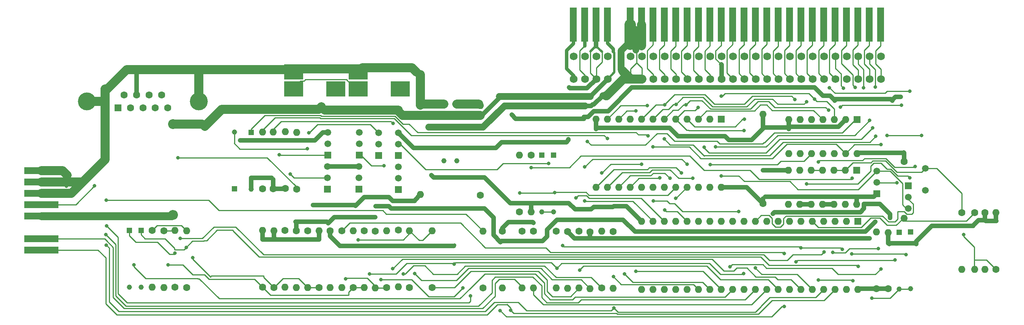
<source format=gbl>
%TF.GenerationSoftware,KiCad,Pcbnew,7.0.8*%
%TF.CreationDate,2023-10-30T18:51:19+00:00*%
%TF.ProjectId,Interface 1 Recreated,496e7465-7266-4616-9365-203120526563,rev?*%
%TF.SameCoordinates,Original*%
%TF.FileFunction,Copper,L2,Bot*%
%TF.FilePolarity,Positive*%
%FSLAX46Y46*%
G04 Gerber Fmt 4.6, Leading zero omitted, Abs format (unit mm)*
G04 Created by KiCad (PCBNEW 7.0.8) date 2023-10-30 18:51:19*
%MOMM*%
%LPD*%
G01*
G04 APERTURE LIST*
%TA.AperFunction,ComponentPad*%
%ADD10C,1.600000*%
%TD*%
%TA.AperFunction,ComponentPad*%
%ADD11O,1.600000X1.600000*%
%TD*%
%TA.AperFunction,ComponentPad*%
%ADD12C,1.727200*%
%TD*%
%TA.AperFunction,ComponentPad*%
%ADD13R,1.150000X1.150000*%
%TD*%
%TA.AperFunction,ComponentPad*%
%ADD14C,1.150000*%
%TD*%
%TA.AperFunction,ComponentPad*%
%ADD15R,1.500000X1.500000*%
%TD*%
%TA.AperFunction,ComponentPad*%
%ADD16C,1.500000*%
%TD*%
%TA.AperFunction,ComponentPad*%
%ADD17R,1.600000X1.600000*%
%TD*%
%TA.AperFunction,ComponentPad*%
%ADD18R,4.300000X3.500000*%
%TD*%
%TA.AperFunction,SMDPad,CuDef*%
%ADD19R,7.620000X1.524000*%
%TD*%
%TA.AperFunction,ComponentPad*%
%ADD20C,2.200000*%
%TD*%
%TA.AperFunction,ComponentPad*%
%ADD21O,2.200000X2.200000*%
%TD*%
%TA.AperFunction,ComponentPad*%
%ADD22C,4.000000*%
%TD*%
%TA.AperFunction,SMDPad,CuDef*%
%ADD23R,1.524000X7.620000*%
%TD*%
%TA.AperFunction,ViaPad*%
%ADD24C,0.800000*%
%TD*%
%TA.AperFunction,Conductor*%
%ADD25C,1.000000*%
%TD*%
%TA.AperFunction,Conductor*%
%ADD26C,0.200000*%
%TD*%
%TA.AperFunction,Conductor*%
%ADD27C,2.000000*%
%TD*%
%TA.AperFunction,Conductor*%
%ADD28C,0.250000*%
%TD*%
%TA.AperFunction,Conductor*%
%ADD29C,1.500000*%
%TD*%
%TA.AperFunction,Conductor*%
%ADD30C,2.500000*%
%TD*%
%TA.AperFunction,Conductor*%
%ADD31C,0.500000*%
%TD*%
%TA.AperFunction,Conductor*%
%ADD32C,0.750000*%
%TD*%
%TA.AperFunction,Conductor*%
%ADD33C,1.750000*%
%TD*%
G04 APERTURE END LIST*
D10*
%TO.P,R33,1*%
%TO.N,GND*%
X157076775Y-107997625D03*
D11*
%TO.P,R33,2*%
%TO.N,WRPROT_32*%
X157076775Y-120697625D03*
%TD*%
D10*
%TO.P,R18,1*%
%TO.N,Net-(Q5-C)*%
X106749850Y-107867450D03*
D11*
%TO.P,R18,2*%
%TO.N,Net-(C7-Pad1)*%
X106749850Y-120567450D03*
%TD*%
D12*
%TO.P,SK5,A1,A15*%
%TO.N,A15*%
X166074725Y-68808600D03*
%TO.P,SK5,A2,A13*%
%TO.N,A13*%
X168614725Y-68808600D03*
%TO.P,SK5,A3,D7*%
%TO.N,D7*%
X171154725Y-68808600D03*
%TO.P,SK5,A4,NCA4*%
%TO.N,NCA4*%
X173694725Y-68808600D03*
%TO.P,SK5,A6,D0*%
%TO.N,D0*%
X178774725Y-68808600D03*
%TO.P,SK5,A7,D1*%
%TO.N,D1*%
X181314725Y-68808600D03*
%TO.P,SK5,A8,D2*%
%TO.N,D2*%
X183854725Y-68808600D03*
%TO.P,SK5,A9,D6*%
%TO.N,D6*%
X186394725Y-68808600D03*
%TO.P,SK5,A10,D5*%
%TO.N,D5*%
X188934725Y-68808600D03*
%TO.P,SK5,A11,D3*%
%TO.N,D3*%
X191474725Y-68808600D03*
%TO.P,SK5,A12,D4*%
%TO.N,D4*%
X194014725Y-68808600D03*
%TO.P,SK5,A13,~{INT}*%
%TO.N,~{INT}*%
X196554725Y-68808600D03*
%TO.P,SK5,A14,~{NMI}*%
%TO.N,~{NMI}*%
X199094725Y-68808600D03*
%TO.P,SK5,A15,~{HALT}*%
%TO.N,~{HALT}*%
X201634725Y-68808600D03*
%TO.P,SK5,A16,~{MREQ}*%
%TO.N,~{MREQ}*%
X204174725Y-68808600D03*
%TO.P,SK5,A17,~{IORQ}*%
%TO.N,~{IORQ}*%
X206714725Y-68808600D03*
%TO.P,SK5,A18,~{RD}*%
%TO.N,~{RD}*%
X209254725Y-68808600D03*
%TO.P,SK5,A19,~{WR}*%
%TO.N,~{WR}*%
X211794725Y-68808600D03*
%TO.P,SK5,A20,-5V*%
%TO.N,-5V*%
X214334725Y-68808600D03*
%TO.P,SK5,A21,~{WAIT}*%
%TO.N,~{WAIT}*%
X216874725Y-68808600D03*
%TO.P,SK5,A22,+12V*%
%TO.N,+12V*%
X219414725Y-68808600D03*
%TO.P,SK5,A23,+12VAC*%
%TO.N,+12VAC*%
X221954725Y-68808600D03*
%TO.P,SK5,A24,~{M1}*%
%TO.N,~{M1}*%
X224494725Y-68808600D03*
%TO.P,SK5,A25,~{RFSH}*%
%TO.N,~{RFSH}*%
X227034725Y-68808600D03*
%TO.P,SK5,A26,A8*%
%TO.N,A8*%
X229574725Y-68808600D03*
%TO.P,SK5,A27,A10*%
%TO.N,A10*%
X232114725Y-68808600D03*
%TO.P,SK5,A28,NCA28*%
%TO.N,NCA28*%
X234654725Y-68808600D03*
%TO.P,SK5,B1,A14*%
%TO.N,A14*%
X166074725Y-73888600D03*
%TO.P,SK5,B2,A12*%
%TO.N,A12*%
X168614725Y-73888600D03*
%TO.P,SK5,B3,+5v*%
%TO.N,+5V*%
X171154725Y-73888600D03*
%TO.P,SK5,B4,+9V*%
%TO.N,+9V*%
X173694725Y-73888600D03*
%TO.P,SK5,B6,GND*%
%TO.N,GND*%
X178774725Y-73888600D03*
%TO.P,SK5,B7,GND*%
X181314725Y-73888600D03*
%TO.P,SK5,B8,CLK*%
%TO.N,CLK*%
X183854725Y-73888600D03*
%TO.P,SK5,B9,A0*%
%TO.N,A0*%
X186394725Y-73888600D03*
%TO.P,SK5,B10,A1*%
%TO.N,A1*%
X188934725Y-73888600D03*
%TO.P,SK5,B11,A2*%
%TO.N,A2*%
X191474725Y-73888600D03*
%TO.P,SK5,B12,A3*%
%TO.N,A3*%
X194014725Y-73888600D03*
%TO.P,SK5,B13,~{IORQGE}*%
%TO.N,~{IORQGE}*%
X196554725Y-73888600D03*
%TO.P,SK5,B14,GND*%
%TO.N,GND*%
X199094725Y-73888600D03*
%TO.P,SK5,B15,VIDEO*%
%TO.N,VIDEO*%
X201634725Y-73888600D03*
%TO.P,SK5,B16,Y*%
%TO.N,Y*%
X204174725Y-73888600D03*
%TO.P,SK5,B17,V*%
%TO.N,V*%
X206714725Y-73888600D03*
%TO.P,SK5,B18,U*%
%TO.N,U*%
X209254725Y-73888600D03*
%TO.P,SK5,B19,~{BUSRQ}*%
%TO.N,~{BUSRQ}*%
X211794725Y-73888600D03*
%TO.P,SK5,B20,~{RESET}*%
%TO.N,~{RESET}*%
X214334725Y-73888600D03*
%TO.P,SK5,B21,A7*%
%TO.N,A7*%
X216874725Y-73888600D03*
%TO.P,SK5,B22,A6*%
%TO.N,A6*%
X219414725Y-73888600D03*
%TO.P,SK5,B23,A5*%
%TO.N,A5*%
X221954725Y-73888600D03*
%TO.P,SK5,B24,A4*%
%TO.N,A4*%
X224494725Y-73888600D03*
%TO.P,SK5,B25,~{ROMCS}*%
%TO.N,~{ROMCS}*%
X227034725Y-73888600D03*
%TO.P,SK5,B26,~{BUSACK}*%
%TO.N,~{BUSACK}*%
X229574725Y-73888600D03*
%TO.P,SK5,B27,A9*%
%TO.N,A9*%
X232114725Y-73888600D03*
%TO.P,SK5,B28,A11*%
%TO.N,A11*%
X234654725Y-73888600D03*
%TD*%
D10*
%TO.P,R7,1*%
%TO.N,Net-(Q2-C)*%
X172319950Y-120681750D03*
D11*
%TO.P,R7,2*%
%TO.N,Net-(R21-Pad2)*%
X172319950Y-107981750D03*
%TD*%
D13*
%TO.P,D8,1,K*%
%TO.N,NET36*%
X94138750Y-85832950D03*
D14*
%TO.P,D8,2,A*%
%TO.N,GND*%
X94138750Y-98532950D03*
%TD*%
D10*
%TO.P,R28,1*%
%TO.N,Net-(R25-Pad2)*%
X72031225Y-107803950D03*
D11*
%TO.P,R28,2*%
%TO.N,GND*%
X72031225Y-120503950D03*
%TD*%
D10*
%TO.P,R14,1*%
%TO.N,+12V*%
X104193975Y-107911900D03*
D11*
%TO.P,R14,2*%
%TO.N,Net-(Q5-B)*%
X104193975Y-120611900D03*
%TD*%
D15*
%TO.P,Q5,1,C*%
%TO.N,Net-(Q5-C)*%
X111163100Y-98532950D03*
D16*
%TO.P,Q5,2,B*%
%TO.N,Net-(Q5-B)*%
X111163100Y-95992950D03*
%TO.P,Q5,3,E*%
%TO.N,+12V*%
X111163100Y-93452950D03*
%TD*%
D10*
%TO.P,C3,1*%
%TO.N,Net-(C3-Pad1)*%
X260346825Y-116544725D03*
D11*
%TO.P,C3,2*%
%TO.N,GND*%
X260346825Y-103844725D03*
%TD*%
D10*
%TO.P,R22,1*%
%TO.N,GND*%
X99056825Y-98463100D03*
D11*
%TO.P,R22,2*%
%TO.N,Net-(R22-Pad2)*%
X99056825Y-85763100D03*
%TD*%
D10*
%TO.P,C5,1*%
%TO.N,+5V*%
X236254925Y-120818275D03*
D11*
%TO.P,C5,2*%
%TO.N,GND*%
X236254925Y-108318275D03*
%TD*%
D13*
%TO.P,D3,1,K*%
%TO.N,Net-(D3-K)*%
X238747300Y-108178600D03*
D14*
%TO.P,D3,2,A*%
%TO.N,Net-(D3-A)*%
X238747300Y-120878600D03*
%TD*%
D15*
%TO.P,Q9,1,C*%
%TO.N,Net-(Q9-C)*%
X122574050Y-90995500D03*
D16*
%TO.P,Q9,2,B*%
%TO.N,ERASE_35*%
X122574050Y-88455500D03*
%TO.P,Q9,3,E*%
%TO.N,Net-(D11-A)*%
X122574050Y-85915500D03*
%TD*%
D10*
%TO.P,R32,1*%
%TO.N,Net-(U1-~{ROM_EN})*%
X154009725Y-103625650D03*
D11*
%TO.P,R32,2*%
%TO.N,Net-(D10-K)*%
X154009725Y-90925650D03*
%TD*%
D10*
%TO.P,R3,1*%
%TO.N,+5V*%
X164719000Y-108061125D03*
D11*
%TO.P,R3,2*%
%TO.N,Net-(Q1-B)*%
X164719000Y-120761125D03*
%TD*%
D13*
%TO.P,D10,1,K*%
%TO.N,Net-(D10-K)*%
X161617025Y-90925650D03*
D14*
%TO.P,D10,2,A*%
%TO.N,Net-(D10-A)*%
X161617025Y-103625650D03*
%TD*%
D10*
%TO.P,R15,1*%
%TO.N,Net-(Q5-B)*%
X101660325Y-107826175D03*
D11*
%TO.P,R15,2*%
%TO.N,Net-(Q6-C)*%
X101660325Y-120526175D03*
%TD*%
D17*
%TO.P,U1,1,DTR*%
%TO.N,DTR_1*%
X229492175Y-105746550D03*
D11*
%TO.P,U1,2,~{RESET}*%
%TO.N,~{RESET}*%
X226952175Y-105746550D03*
%TO.P,U1,3,DECODE*%
%TO.N,Net-(D3-A)*%
X224412175Y-105746550D03*
%TO.P,U1,4,TX_DATA*%
%TO.N,TXDATA_4*%
X221872175Y-105746550D03*
%TO.P,U1,5,CLOCK*%
%TO.N,Net-(U1-CLOCK)*%
X219332175Y-105746550D03*
%TO.P,U1,6,~{ROMCS}*%
%TO.N,~{ROMCS}*%
X216792175Y-105746550D03*
%TO.P,U1,7,~{ROM_EN}*%
%TO.N,Net-(U1-~{ROM_EN})*%
X214252175Y-105746550D03*
%TO.P,U1,8,~{WR}*%
%TO.N,~{WR}*%
X211712175Y-105746550D03*
%TO.P,U1,9,~{RD}*%
%TO.N,~{RD}*%
X209172175Y-105746550D03*
%TO.P,U1,10,~{IORQ}*%
%TO.N,~{IORQ}*%
X206632175Y-105746550D03*
%TO.P,U1,11,~{MREQ}*%
%TO.N,~{MREQ}*%
X204092175Y-105746550D03*
%TO.P,U1,12,A3*%
%TO.N,A3*%
X201552175Y-105746550D03*
%TO.P,U1,13,A4*%
%TO.N,A4*%
X199012175Y-105746550D03*
%TO.P,U1,14,A8*%
%TO.N,A8*%
X196472175Y-105746550D03*
%TO.P,U1,15,A9*%
%TO.N,A9*%
X193932175Y-105746550D03*
%TO.P,U1,16,A10*%
%TO.N,A10*%
X191392175Y-105746550D03*
%TO.P,U1,17,A12*%
%TO.N,A12*%
X188852175Y-105746550D03*
%TO.P,U1,18,A14*%
%TO.N,A14*%
X186312175Y-105746550D03*
%TO.P,U1,19,A15*%
%TO.N,A15*%
X183772175Y-105746550D03*
%TO.P,U1,20,GND*%
%TO.N,GND*%
X181232175Y-105746550D03*
%TO.P,U1,21,D7*%
%TO.N,D7*%
X181232175Y-120986550D03*
%TO.P,U1,22,D6*%
%TO.N,D6*%
X183772175Y-120986550D03*
%TO.P,U1,23,D5*%
%TO.N,D5*%
X186312175Y-120986550D03*
%TO.P,U1,24,D4*%
%TO.N,D4*%
X188852175Y-120986550D03*
%TO.P,U1,25,D3*%
%TO.N,D3*%
X191392175Y-120986550D03*
%TO.P,U1,26,D2*%
%TO.N,D2*%
X193932175Y-120986550D03*
%TO.P,U1,27,D1*%
%TO.N,D1*%
X196472175Y-120986550D03*
%TO.P,U1,28,D0*%
%TO.N,D0*%
X199012175Y-120986550D03*
%TO.P,U1,29,R/~{W}*%
%TO.N,R{slash}W_29*%
X201552175Y-120986550D03*
%TO.P,U1,30,COMMS_OUT*%
%TO.N,COMMSOUT_30*%
X204092175Y-120986550D03*
%TO.P,U1,31,COMMS_CLK*%
%TO.N,COMMSCLK_31*%
X206632175Y-120986550D03*
%TO.P,U1,32,WR_PROT*%
%TO.N,WRPROT_32*%
X209172175Y-120986550D03*
%TO.P,U1,33,RX_DATA*%
%TO.N,RXDATA_33*%
X211712175Y-120986550D03*
%TO.P,U1,34,CTS*%
%TO.N,CTS_34*%
X214252175Y-120986550D03*
%TO.P,U1,35,ERASE*%
%TO.N,ERASE_35*%
X216792175Y-120986550D03*
%TO.P,U1,36,NET*%
%TO.N,NET36*%
X219332175Y-120986550D03*
%TO.P,U1,37,DATA_1*%
%TO.N,DATA1_37*%
X221872175Y-120986550D03*
%TO.P,U1,38,DATA_2*%
%TO.N,DATA2_38*%
X224412175Y-120986550D03*
%TO.P,U1,39,~{WAIT}*%
%TO.N,~{WAIT}*%
X226952175Y-120986550D03*
%TO.P,U1,40,+5v*%
%TO.N,+5V*%
X229492175Y-120986550D03*
%TD*%
D10*
%TO.P,R10,1*%
%TO.N,GND*%
X129463800Y-120551575D03*
D11*
%TO.P,R10,2*%
%TO.N,Net-(Q3-B)*%
X129463800Y-107851575D03*
%TD*%
D10*
%TO.P,R13,1*%
%TO.N,Net-(Q4-C)*%
X119351425Y-107889675D03*
D11*
%TO.P,R13,2*%
%TO.N,Net-(C8-Pad1)*%
X119351425Y-120589675D03*
%TD*%
D10*
%TO.P,C8,1*%
%TO.N,Net-(C8-Pad1)*%
X96678750Y-120529350D03*
D11*
%TO.P,C8,2*%
%TO.N,-12V*%
X96678750Y-107829350D03*
%TD*%
D10*
%TO.P,R12,1*%
%TO.N,Net-(Q4-B)*%
X124377450Y-120615075D03*
D11*
%TO.P,R12,2*%
%TO.N,Net-(Q3-C)*%
X124377450Y-107915075D03*
%TD*%
D17*
%TO.P,U4,1*%
%TO.N,Net-(C4-Pad2)*%
X229231825Y-94345125D03*
D11*
%TO.P,U4,2*%
%TO.N,Net-(C3-Pad1)*%
X226691825Y-94345125D03*
%TO.P,U4,3*%
X224151825Y-94345125D03*
%TO.P,U4,4*%
%TO.N,Net-(U4-Pad4)*%
X221611825Y-94345125D03*
%TO.P,U4,5*%
X219071825Y-94345125D03*
%TO.P,U4,6*%
%TO.N,Net-(U4-Pad13)*%
X216531825Y-94345125D03*
%TO.P,U4,7,GND*%
%TO.N,GND*%
X213991825Y-94345125D03*
%TO.P,U4,8*%
%TO.N,Net-(U1-CLOCK)*%
X213991825Y-101965125D03*
%TO.P,U4,9*%
%TO.N,Net-(U4-Pad10)*%
X216531825Y-101965125D03*
%TO.P,U4,10*%
X219071825Y-101965125D03*
%TO.P,U4,11*%
%TO.N,Net-(U4-Pad11)*%
X221611825Y-101965125D03*
%TO.P,U4,12*%
X224151825Y-101965125D03*
%TO.P,U4,13*%
%TO.N,Net-(U4-Pad13)*%
X226691825Y-101965125D03*
%TO.P,U4,14,VCC*%
%TO.N,+5V*%
X229231825Y-101965125D03*
%TD*%
D15*
%TO.P,Q6,1,C*%
%TO.N,Net-(Q6-C)*%
X111232950Y-90925650D03*
D16*
%TO.P,Q6,2,B*%
%TO.N,CTS_34*%
X111232950Y-88385650D03*
%TO.P,Q6,3,E*%
%TO.N,GND*%
X111232950Y-85845650D03*
%TD*%
D10*
%TO.P,R24,1*%
%TO.N,TXDATA_4*%
X77098525Y-120510300D03*
D11*
%TO.P,R24,2*%
%TO.N,Net-(R24-Pad2)*%
X77098525Y-107810300D03*
%TD*%
D10*
%TO.P,R8,1*%
%TO.N,RXDATA_33*%
X134467600Y-120596025D03*
D11*
%TO.P,R8,2*%
%TO.N,Net-(Q3-B)*%
X134467600Y-107896025D03*
%TD*%
D13*
%TO.P,D4,1,K*%
%TO.N,Net-(D4-K)*%
X241303175Y-108156375D03*
D14*
%TO.P,D4,2,A*%
%TO.N,Net-(D3-A)*%
X241303175Y-120856375D03*
%TD*%
D10*
%TO.P,R23,1*%
%TO.N,GND*%
X101742875Y-98428175D03*
D11*
%TO.P,R23,2*%
%TO.N,Net-(R23-Pad2)*%
X101742875Y-85728175D03*
%TD*%
D10*
%TO.P,R27,1*%
%TO.N,GND*%
X150161625Y-107975400D03*
D11*
%TO.P,R27,2*%
%TO.N,DATA2_38*%
X150161625Y-120675400D03*
%TD*%
D10*
%TO.P,R34,1*%
%TO.N,Net-(R34-Pad1)*%
X104257475Y-98567875D03*
D11*
%TO.P,R34,2*%
%TO.N,+9V*%
X104257475Y-85867875D03*
%TD*%
D17*
%TO.P,U2,1,A7*%
%TO.N,A7*%
X199018525Y-82867500D03*
D11*
%TO.P,U2,2,A6*%
%TO.N,A6*%
X196478525Y-82867500D03*
%TO.P,U2,3,A5*%
%TO.N,A5*%
X193938525Y-82867500D03*
%TO.P,U2,4,A4*%
%TO.N,A4*%
X191398525Y-82867500D03*
%TO.P,U2,5,A3*%
%TO.N,A3*%
X188858525Y-82867500D03*
%TO.P,U2,6,A2*%
%TO.N,A2*%
X186318525Y-82867500D03*
%TO.P,U2,7,A1*%
%TO.N,A1*%
X183778525Y-82867500D03*
%TO.P,U2,8,A0*%
%TO.N,A0*%
X181238525Y-82867500D03*
%TO.P,U2,9,D0*%
%TO.N,D0*%
X178698525Y-82867500D03*
%TO.P,U2,10,D1*%
%TO.N,D1*%
X176158525Y-82867500D03*
%TO.P,U2,11,D2*%
%TO.N,D2*%
X173618525Y-82867500D03*
%TO.P,U2,12,GND*%
%TO.N,GND*%
X171078525Y-82867500D03*
%TO.P,U2,13,D3*%
%TO.N,D3*%
X171078525Y-98107500D03*
%TO.P,U2,14,D4*%
%TO.N,D4*%
X173618525Y-98107500D03*
%TO.P,U2,15,D5*%
%TO.N,D5*%
X176158525Y-98107500D03*
%TO.P,U2,16,D6*%
%TO.N,D6*%
X178698525Y-98107500D03*
%TO.P,U2,17,D7*%
%TO.N,D7*%
X181238525Y-98107500D03*
%TO.P,U2,18,A11*%
%TO.N,A11*%
X183778525Y-98107500D03*
%TO.P,U2,19,A10*%
%TO.N,A10*%
X186318525Y-98107500D03*
%TO.P,U2,20,~{CE}*%
%TO.N,Net-(D10-K)*%
X188858525Y-98107500D03*
%TO.P,U2,21,A12*%
%TO.N,A12*%
X191398525Y-98107500D03*
%TO.P,U2,22,A9*%
%TO.N,A9*%
X193938525Y-98107500D03*
%TO.P,U2,23,A8*%
%TO.N,A8*%
X196478525Y-98107500D03*
%TO.P,U2,24,VCC*%
%TO.N,+5V*%
X199018525Y-98107500D03*
%TD*%
D13*
%TO.P,D9,1,K*%
%TO.N,~{ROMCS}*%
X158997650Y-90925650D03*
D14*
%TO.P,D9,2,A*%
%TO.N,Net-(D10-A)*%
X158997650Y-103625650D03*
%TD*%
D10*
%TO.P,R6,1*%
%TO.N,Net-(Q1-C)*%
X167303450Y-108003975D03*
D11*
%TO.P,R6,2*%
%TO.N,RXDATA_33*%
X167303450Y-120703975D03*
%TD*%
D10*
%TO.P,C4,1*%
%TO.N,GND*%
X257876675Y-103774875D03*
D11*
%TO.P,C4,2*%
%TO.N,Net-(C4-Pad2)*%
X257876675Y-116474875D03*
%TD*%
D13*
%TO.P,D1,1,K*%
%TO.N,GND*%
X137121900Y-79552800D03*
D14*
%TO.P,D1,2,A*%
%TO.N,Net-(D1-A)*%
X137121900Y-92252800D03*
%TD*%
D18*
%TO.P,SK3,S*%
%TO.N,GND*%
X103637350Y-72309075D03*
%TO.P,SK3,T*%
%TO.N,Net-(R21-Pad2)*%
X103637350Y-76109075D03*
%TO.P,SK3,TN*%
%TO.N,Net-(R23-Pad2)*%
X113037350Y-76109075D03*
%TD*%
D10*
%TO.P,R2,1*%
%TO.N,+5V*%
X239807750Y-92414725D03*
D11*
%TO.P,R2,2*%
%TO.N,Net-(U1-CLOCK)*%
X239807750Y-105114725D03*
%TD*%
D10*
%TO.P,R30,1*%
%TO.N,Net-(Q9-C)*%
X145824575Y-120637300D03*
D11*
%TO.P,R30,2*%
%TO.N,Net-(SK4-Pin_A5)*%
X145824575Y-107937300D03*
%TD*%
D10*
%TO.P,R1,1*%
%TO.N,+5V*%
X233680000Y-120859550D03*
D11*
%TO.P,R1,2*%
%TO.N,Net-(D3-A)*%
X233680000Y-108159550D03*
%TD*%
D18*
%TO.P,SK2,S*%
%TO.N,GND*%
X117978825Y-72309075D03*
%TO.P,SK2,T*%
%TO.N,Net-(R21-Pad2)*%
X117978825Y-76109075D03*
%TO.P,SK2,TN*%
%TO.N,Net-(R22-Pad2)*%
X127378825Y-76109075D03*
%TD*%
D19*
%TO.P,SK4,B1,Pin_B1*%
%TO.N,DATA2_38*%
X47323375Y-112207325D03*
%TO.P,SK4,B2,Pin_B2*%
%TO.N,Net-(SK4-Pin_B2)*%
X47323375Y-109667325D03*
%TO.P,SK4,B4,Pin_B4*%
%TO.N,Net-(SK4-Pin_B4)*%
X47323375Y-104587325D03*
%TO.P,SK4,B5,Pin_B5*%
%TO.N,R{slash}W_29*%
X47323375Y-102047325D03*
%TO.P,SK4,B6,Pin_B6*%
%TO.N,GND*%
X47323375Y-99507325D03*
%TO.P,SK4,B7,Pin_B7*%
X47323375Y-96967325D03*
%TO.P,SK4,B8,Pin_B8*%
X47323375Y-94427325D03*
%TD*%
D15*
%TO.P,Q11,1,C*%
%TO.N,+5V*%
X240783325Y-97773650D03*
D16*
%TO.P,Q11,2,B*%
%TO.N,~{IORQ}*%
X240783325Y-100313650D03*
%TO.P,Q11,3,E*%
%TO.N,~{IORQGE}*%
X240783325Y-102853650D03*
%TD*%
D10*
%TO.P,C1,1*%
%TO.N,+12VAC*%
X145253075Y-99895025D03*
D11*
%TO.P,C1,2*%
%TO.N,Net-(D1-A)*%
X145253075Y-79895025D03*
%TD*%
D10*
%TO.P,R9,1*%
%TO.N,WRPROT_32*%
X154543125Y-107975400D03*
D11*
%TO.P,R9,2*%
%TO.N,Net-(SK4-Pin_B2)*%
X154543125Y-120675400D03*
%TD*%
D10*
%TO.P,R31,1*%
%TO.N,Net-(D10-A)*%
X156591000Y-90925650D03*
D11*
%TO.P,R31,2*%
%TO.N,GND*%
X156591000Y-103625650D03*
%TD*%
D10*
%TO.P,R36,1*%
%TO.N,GND*%
X174853600Y-108083350D03*
D11*
%TO.P,R36,2*%
%TO.N,DATA1_37*%
X174853600Y-120783350D03*
%TD*%
D10*
%TO.P,R5,1*%
%TO.N,+5V*%
X169764075Y-108105575D03*
D11*
%TO.P,R5,2*%
%TO.N,Net-(Q1-C)*%
X169764075Y-120805575D03*
%TD*%
D10*
%TO.P,R17,1*%
%TO.N,Net-(C8-Pad1)*%
X116881275Y-120596025D03*
D11*
%TO.P,R17,2*%
%TO.N,-12V*%
X116881275Y-107896025D03*
%TD*%
D15*
%TO.P,Q10,1,C*%
%TO.N,+5V*%
X233721275Y-99599750D03*
D16*
%TO.P,Q10,2,B*%
%TO.N,A0*%
X233721275Y-97059750D03*
%TO.P,Q10,3,E*%
%TO.N,~{IORQGE}*%
X233721275Y-94519750D03*
%TD*%
D10*
%TO.P,R21,1*%
%TO.N,NET36*%
X96650175Y-98463100D03*
D11*
%TO.P,R21,2*%
%TO.N,Net-(R21-Pad2)*%
X96650175Y-85763100D03*
%TD*%
D10*
%TO.P,C2,1*%
%TO.N,GND*%
X131889500Y-79776300D03*
D11*
%TO.P,C2,2*%
%TO.N,-12V*%
X131889500Y-99776300D03*
%TD*%
D10*
%TO.P,R11,1*%
%TO.N,+12V*%
X121821575Y-107930950D03*
D11*
%TO.P,R11,2*%
%TO.N,Net-(Q4-B)*%
X121821575Y-120630950D03*
%TD*%
D20*
%TO.P,L1,1,1*%
%TO.N,+9V*%
X76698475Y-83972400D03*
D21*
%TO.P,L1,2,2*%
%TO.N,Net-(SK4-Pin_B4)*%
X76698475Y-104292400D03*
%TD*%
D13*
%TO.P,D2,1,K*%
%TO.N,Net-(D1-A)*%
X140017500Y-79552800D03*
D14*
%TO.P,D2,2,A*%
%TO.N,-12V*%
X140017500Y-92252800D03*
%TD*%
D10*
%TO.P,C7,1*%
%TO.N,Net-(C7-Pad1)*%
X99167950Y-120551575D03*
D11*
%TO.P,C7,2*%
%TO.N,-12V*%
X99167950Y-107851575D03*
%TD*%
D22*
%TO.P,SK1,0,PAD*%
%TO.N,GND*%
X82451225Y-78936075D03*
X57451225Y-78936075D03*
D17*
%TO.P,SK1,1,1*%
%TO.N,unconnected-(SK1-Pad1)*%
X64411225Y-80356075D03*
D10*
%TO.P,SK1,2,2*%
%TO.N,Net-(R24-Pad2)*%
X67181225Y-80356075D03*
%TO.P,SK1,3,3*%
%TO.N,Net-(C8-Pad1)*%
X69951225Y-80356075D03*
%TO.P,SK1,4,4*%
%TO.N,Net-(R25-Pad2)*%
X72721225Y-80356075D03*
%TO.P,SK1,5,5*%
%TO.N,Net-(C7-Pad1)*%
X75491225Y-80356075D03*
%TO.P,SK1,6,6*%
%TO.N,unconnected-(SK1-Pad6)*%
X65796225Y-77516075D03*
%TO.P,SK1,7,7*%
%TO.N,GND*%
X68566225Y-77516075D03*
%TO.P,SK1,8,8*%
%TO.N,unconnected-(SK1-Pad8)*%
X71336225Y-77516075D03*
%TO.P,SK1,9,9*%
%TO.N,Net-(R34-Pad1)*%
X74106225Y-77516075D03*
%TD*%
D16*
%TO.P,X1,1,1*%
%TO.N,Net-(C4-Pad2)*%
X244544850Y-98831400D03*
%TO.P,X1,2,2*%
%TO.N,Net-(C3-Pad1)*%
X244544850Y-93931400D03*
%TD*%
D15*
%TO.P,Q3,1,C*%
%TO.N,Net-(Q3-C)*%
X118246525Y-90960575D03*
D16*
%TO.P,Q3,2,B*%
%TO.N,Net-(Q3-B)*%
X118246525Y-88420575D03*
%TO.P,Q3,3,E*%
%TO.N,COMMSOUT_30*%
X118246525Y-85880575D03*
%TD*%
D10*
%TO.P,R16,1*%
%TO.N,+5V*%
X111750475Y-107845225D03*
D11*
%TO.P,R16,2*%
%TO.N,CTS_34*%
X111750475Y-120545225D03*
%TD*%
D15*
%TO.P,Q1,1,C*%
%TO.N,Net-(Q1-C)*%
X126968250Y-90995500D03*
D16*
%TO.P,Q1,2,B*%
%TO.N,Net-(Q1-B)*%
X126968250Y-88455500D03*
%TO.P,Q1,3,E*%
%TO.N,+5V*%
X126968250Y-85915500D03*
%TD*%
D13*
%TO.P,D7,1,K*%
%TO.N,DTR_1*%
X69538850Y-107803950D03*
D14*
%TO.P,D7,2,A*%
%TO.N,GND*%
X69538850Y-120503950D03*
%TD*%
D17*
%TO.P,U3,1*%
%TO.N,A13*%
X229301675Y-82972275D03*
D11*
%TO.P,U3,2*%
%TO.N,GND*%
X226761675Y-82972275D03*
%TO.P,U3,3*%
%TO.N,A7*%
X224221675Y-82972275D03*
%TO.P,U3,4*%
%TO.N,A5*%
X221681675Y-82972275D03*
%TO.P,U3,5*%
%TO.N,Net-(D4-K)*%
X219141675Y-82972275D03*
%TO.P,U3,6*%
%TO.N,Net-(D3-K)*%
X216601675Y-82972275D03*
%TO.P,U3,7,GND*%
%TO.N,GND*%
X214061675Y-82972275D03*
%TO.P,U3,8*%
%TO.N,A0*%
X214061675Y-90592275D03*
%TO.P,U3,9*%
%TO.N,A1*%
X216601675Y-90592275D03*
%TO.P,U3,10*%
%TO.N,A6*%
X219141675Y-90592275D03*
%TO.P,U3,11*%
%TO.N,A2*%
X221681675Y-90592275D03*
%TO.P,U3,12*%
%TO.N,~{M1}*%
X224221675Y-90592275D03*
%TO.P,U3,13*%
%TO.N,A11*%
X226761675Y-90592275D03*
%TO.P,U3,14,VCC*%
%TO.N,+5V*%
X229301675Y-90592275D03*
%TD*%
D10*
%TO.P,R25,1*%
%TO.N,DTR_1*%
X79759175Y-120596025D03*
D11*
%TO.P,R25,2*%
%TO.N,Net-(R25-Pad2)*%
X79759175Y-107896025D03*
%TD*%
D13*
%TO.P,D11,1,K*%
%TO.N,GND*%
X90404950Y-98498025D03*
D14*
%TO.P,D11,2,A*%
%TO.N,Net-(D11-A)*%
X90404950Y-85798025D03*
%TD*%
D10*
%TO.P,R29,1*%
%TO.N,Net-(R24-Pad2)*%
X74628375Y-107867450D03*
D11*
%TO.P,R29,2*%
%TO.N,GND*%
X74628375Y-120567450D03*
%TD*%
D10*
%TO.P,NoFit1,1*%
%TO.N,Net-(U1-CLOCK)*%
X255620837Y-103805037D03*
D11*
%TO.P,NoFit1,2*%
%TO.N,Net-(C3-Pad1)*%
X255620837Y-116505037D03*
%TD*%
D10*
%TO.P,R26,1*%
%TO.N,+5V*%
X126942850Y-107746800D03*
D11*
%TO.P,R26,2*%
%TO.N,ERASE_35*%
X126942850Y-120446800D03*
%TD*%
D23*
%TO.P,SK6,B1,A14*%
%TO.N,A14*%
X166008050Y-61744225D03*
%TO.P,SK6,B2,A12*%
%TO.N,A12*%
X168548050Y-61744225D03*
%TO.P,SK6,B3,+5v*%
%TO.N,+5V*%
X171088050Y-61744225D03*
%TO.P,SK6,B4,+9V*%
%TO.N,+9V*%
X173628050Y-61744225D03*
%TO.P,SK6,B6,GND*%
%TO.N,GND*%
X178708050Y-61744225D03*
%TO.P,SK6,B7,GND*%
X181248050Y-61744225D03*
%TO.P,SK6,B8,CLK*%
%TO.N,CLK*%
X183788050Y-61744225D03*
%TO.P,SK6,B9,A0*%
%TO.N,A0*%
X186328050Y-61744225D03*
%TO.P,SK6,B10,A1*%
%TO.N,A1*%
X188868050Y-61744225D03*
%TO.P,SK6,B11,A2*%
%TO.N,A2*%
X191408050Y-61744225D03*
%TO.P,SK6,B12,A3*%
%TO.N,A3*%
X193948050Y-61744225D03*
%TO.P,SK6,B13,~{IORQGE}*%
%TO.N,~{IORQGE}*%
X196488050Y-61744225D03*
%TO.P,SK6,B14,GND*%
%TO.N,GND*%
X199028050Y-61744225D03*
%TO.P,SK6,B15,VIDEO*%
%TO.N,VIDEO*%
X201568050Y-61744225D03*
%TO.P,SK6,B16,Y*%
%TO.N,Y*%
X204108050Y-61744225D03*
%TO.P,SK6,B17,V*%
%TO.N,V*%
X206648050Y-61744225D03*
%TO.P,SK6,B18,U*%
%TO.N,U*%
X209188050Y-61744225D03*
%TO.P,SK6,B19,~{BUSRQ}*%
%TO.N,~{BUSRQ}*%
X211728050Y-61744225D03*
%TO.P,SK6,B20,~{RESET}*%
%TO.N,~{RESET}*%
X214268050Y-61744225D03*
%TO.P,SK6,B21,A7*%
%TO.N,A7*%
X216808050Y-61744225D03*
%TO.P,SK6,B22,A6*%
%TO.N,A6*%
X219348050Y-61744225D03*
%TO.P,SK6,B23,A5*%
%TO.N,A5*%
X221888050Y-61744225D03*
%TO.P,SK6,B24,A4*%
%TO.N,A4*%
X224428050Y-61744225D03*
%TO.P,SK6,B25,~{ROMCS}*%
%TO.N,Net-(D10-A)*%
X226968050Y-61744225D03*
%TO.P,SK6,B26,~{BUSACK}*%
%TO.N,~{BUSACK}*%
X229508050Y-61744225D03*
%TO.P,SK6,B27,A9*%
%TO.N,A9*%
X232048050Y-61744225D03*
%TO.P,SK6,B28,A11*%
%TO.N,A11*%
X234588050Y-61744225D03*
%TD*%
D13*
%TO.P,D6,1,K*%
%TO.N,TXDATA_4*%
X66919475Y-107759500D03*
D14*
%TO.P,D6,2,A*%
%TO.N,GND*%
X66919475Y-120459500D03*
%TD*%
D10*
%TO.P,R19,1*%
%TO.N,CTS_34*%
X114328575Y-107911900D03*
D11*
%TO.P,R19,2*%
%TO.N,GND*%
X114328575Y-120611900D03*
%TD*%
D15*
%TO.P,Q2,1,C*%
%TO.N,Net-(Q2-C)*%
X127003175Y-98672650D03*
D16*
%TO.P,Q2,2,B*%
%TO.N,Net-(Q1-C)*%
X127003175Y-96132650D03*
%TO.P,Q2,3,E*%
%TO.N,+5V*%
X127003175Y-93592650D03*
%TD*%
D10*
%TO.P,R35,1*%
%TO.N,Net-(C3-Pad1)*%
X252701425Y-103797100D03*
D11*
%TO.P,R35,2*%
%TO.N,Net-(C4-Pad2)*%
X252701425Y-116497100D03*
%TD*%
D10*
%TO.P,R20,1*%
%TO.N,Net-(C7-Pad1)*%
X109261275Y-120596025D03*
D11*
%TO.P,R20,2*%
%TO.N,-12V*%
X109261275Y-107896025D03*
%TD*%
D10*
%TO.P,C6,1*%
%TO.N,+5V*%
X208368900Y-101777800D03*
D11*
%TO.P,C6,2*%
%TO.N,GND*%
X208368900Y-81777800D03*
%TD*%
D10*
%TO.P,R4,1*%
%TO.N,Net-(Q1-B)*%
X162207575Y-107997625D03*
D11*
%TO.P,R4,2*%
%TO.N,COMMSOUT_30*%
X162207575Y-120697625D03*
%TD*%
D15*
%TO.P,Q4,1,C*%
%TO.N,Net-(Q4-C)*%
X118176675Y-98532950D03*
D16*
%TO.P,Q4,2,B*%
%TO.N,Net-(Q4-B)*%
X118176675Y-95992950D03*
%TO.P,Q4,3,E*%
%TO.N,+12V*%
X118176675Y-93452950D03*
%TD*%
D24*
%TO.N,+12VAC*%
X152276175Y-81911825D03*
X239112425Y-77920850D03*
%TO.N,GND*%
X134165975Y-84715350D03*
X134340600Y-95450025D03*
X53082825Y-95430975D03*
X171186475Y-102546150D03*
X175056800Y-102336600D03*
X210550125Y-104041575D03*
X199586850Y-86750525D03*
X91659075Y-87636350D03*
X157076775Y-106067225D03*
X236670850Y-105022650D03*
X52860575Y-97863025D03*
X208368900Y-94307025D03*
%TO.N,-12V*%
X107924600Y-102092125D03*
X117414675Y-102266750D03*
%TO.N,Net-(C3-Pad1)*%
X253120525Y-108734225D03*
%TO.N,Net-(C4-Pad2)*%
X243693950Y-86560025D03*
X236019975Y-86502875D03*
%TO.N,+5V*%
X232130600Y-109575600D03*
X126876175Y-111252000D03*
X165053423Y-75798902D03*
X139503150Y-111121825D03*
X164927310Y-87416051D03*
X143389350Y-89312750D03*
X232057575Y-90417650D03*
%TO.N,Net-(C7-Pad1)*%
X81108550Y-113855500D03*
%TO.N,Net-(C8-Pad1)*%
X75580875Y-115528725D03*
%TO.N,Net-(D3-K)*%
X218078050Y-97361375D03*
X241134900Y-96021525D03*
%TO.N,Net-(D3-A)*%
X232657650Y-122920125D03*
X223901000Y-112664875D03*
X234073700Y-111842550D03*
%TO.N,Net-(D4-K)*%
X220656150Y-92478225D03*
X242287425Y-93510100D03*
%TO.N,TXDATA_4*%
X78317725Y-109610525D03*
X77089000Y-112849025D03*
X221945200Y-112595025D03*
%TO.N,DTR_1*%
X229587425Y-115804950D03*
X79657575Y-111566325D03*
%TO.N,NET36*%
X202926950Y-103562150D03*
X183880125Y-101180900D03*
X182683150Y-86604475D03*
X206682975Y-116173250D03*
%TO.N,~{ROMCS}*%
X163626800Y-111166275D03*
X226006025Y-112061625D03*
X216792175Y-111721300D03*
%TO.N,Net-(D10-A)*%
X156600525Y-93703775D03*
X228868288Y-75807887D03*
X228258688Y-96105662D03*
%TO.N,Net-(D10-K)*%
X154089100Y-99390200D03*
X161871025Y-99355275D03*
%TO.N,Net-(D11-A)*%
X106689525Y-89522300D03*
X107003850Y-85928200D03*
%TO.N,+9V*%
X109778800Y-80130650D03*
%TO.N,Net-(Q1-C)*%
X130654425Y-117449600D03*
%TO.N,Net-(Q1-B)*%
X160474025Y-92795725D03*
%TO.N,Net-(Q2-C)*%
X128076325Y-117560725D03*
%TO.N,COMMSOUT_30*%
X204060425Y-117471825D03*
X162321875Y-116243100D03*
X143078200Y-122472450D03*
X120519825Y-117535325D03*
X139417425Y-115316000D03*
X61849000Y-106765725D03*
%TO.N,Net-(Q3-B)*%
X118008400Y-109880400D03*
%TO.N,Net-(Q3-C)*%
X123729750Y-93335475D03*
%TO.N,+12V*%
X233429175Y-105832275D03*
X121881900Y-102371525D03*
X121821575Y-104848025D03*
X114344450Y-104848025D03*
%TO.N,Net-(Q4-B)*%
X115233450Y-118598950D03*
%TO.N,Net-(Q5-B)*%
X102831900Y-95151575D03*
%TO.N,CTS_34*%
X213048850Y-112976025D03*
%TO.N,Net-(Q6-C)*%
X100390325Y-90858975D03*
%TO.N,ERASE_35*%
X125736350Y-116335175D03*
%TO.N,Net-(Q9-C)*%
X141382750Y-120650000D03*
X123075700Y-118773575D03*
%TO.N,~{IORQGE}*%
X199062975Y-95577025D03*
%TO.N,A0*%
X215458675Y-78482825D03*
X238229775Y-97088325D03*
X237788450Y-114401600D03*
X186410600Y-79667100D03*
X215677750Y-114842925D03*
%TO.N,RXDATA_33*%
X167452675Y-116697125D03*
%TO.N,Net-(R21-Pad2)*%
X173612175Y-87233125D03*
%TO.N,Net-(R22-Pad2)*%
X125758575Y-83864450D03*
%TO.N,DATA2_38*%
X152066625Y-125698250D03*
%TO.N,Net-(SK4-Pin_A5)*%
X61791850Y-101015800D03*
%TO.N,Net-(U1-~{ROM_EN})*%
X213083775Y-124806075D03*
X149691725Y-125733175D03*
%TO.N,Net-(R34-Pad1)*%
X77812900Y-91525725D03*
%TO.N,DATA1_37*%
X61791850Y-111061500D03*
X175056800Y-125139450D03*
%TO.N,COMMSCLK_31*%
X61680725Y-108718350D03*
%TO.N,R{slash}W_29*%
X59188350Y-97837625D03*
X67938650Y-115484275D03*
%TO.N,A15*%
X168513125Y-101155500D03*
%TO.N,A13*%
X169144950Y-87861775D03*
%TO.N,D7*%
X172389800Y-94910275D03*
X181213125Y-92938100D03*
%TO.N,D0*%
X179943125Y-116960650D03*
%TO.N,D1*%
X179974875Y-81054575D03*
X177396775Y-117528975D03*
%TO.N,D2*%
X174952025Y-118110000D03*
X182508525Y-79886175D03*
%TO.N,D6*%
X185280300Y-96002475D03*
%TO.N,D5*%
X187566300Y-96129475D03*
%TO.N,D3*%
X190103125Y-94945200D03*
%TO.N,D4*%
X192712975Y-96135825D03*
%TO.N,~{M1}*%
X226323525Y-75923775D03*
%TO.N,A8*%
X232133775Y-83165950D03*
X230746300Y-75904725D03*
X197754875Y-89115900D03*
%TO.N,A10*%
X233397425Y-75749150D03*
X186397900Y-103254175D03*
X233486325Y-86728300D03*
X186318525Y-87318850D03*
%TO.N,A14*%
X166592250Y-100491925D03*
%TO.N,A12*%
X191398525Y-92983050D03*
X188852175Y-100631625D03*
X168548050Y-93583125D03*
%TO.N,A1*%
X188928375Y-79590900D03*
X218039950Y-79006700D03*
%TO.N,A2*%
X191131825Y-79648050D03*
X222951675Y-80886300D03*
%TO.N,A3*%
X193821050Y-80317975D03*
X204120750Y-85413850D03*
%TO.N,~{RESET}*%
X240214150Y-113242725D03*
X241106325Y-76628625D03*
X223189800Y-75882500D03*
X228155500Y-113080800D03*
%TO.N,A7*%
X199005825Y-77739875D03*
X219862400Y-78416150D03*
%TO.N,A6*%
X196586475Y-93065600D03*
%TO.N,A4*%
X234632500Y-116398675D03*
X225593275Y-80219550D03*
X204155675Y-82934175D03*
X200955275Y-115938300D03*
X239248950Y-79790925D03*
%TO.N,A9*%
X232800525Y-84867750D03*
X195208525Y-89150825D03*
%TO.N,A11*%
X183762650Y-89115900D03*
X234683300Y-88601550D03*
%TO.N,Net-(U4-Pad13)*%
X228377750Y-119075200D03*
X220668850Y-118887875D03*
%TD*%
D25*
%TO.N,+12VAC*%
X224358200Y-78749525D02*
X224650300Y-78457425D01*
X236905800Y-78457425D02*
X237197900Y-78749525D01*
X224110550Y-78457425D02*
X223316800Y-77663675D01*
X237197900Y-78609825D02*
X237886875Y-77920850D01*
X224650300Y-78457425D02*
X236905800Y-78457425D01*
X237886875Y-77920850D02*
X239112425Y-77920850D01*
X168357550Y-82797650D02*
X153162000Y-82797650D01*
X219862400Y-75819000D02*
X179070000Y-75819000D01*
D26*
X168357550Y-82413475D02*
X168357550Y-82797650D01*
D25*
X221707075Y-77663675D02*
X219862400Y-75819000D01*
X170577025Y-81136975D02*
X169300525Y-82413475D01*
X179070000Y-75819000D02*
X173752025Y-81136975D01*
X153162000Y-82797650D02*
X152276175Y-81911825D01*
X223316800Y-77663675D02*
X221707075Y-77663675D01*
X224650300Y-78457425D02*
X224110550Y-78457425D01*
X173752025Y-81136975D02*
X170577025Y-81136975D01*
D26*
X237197900Y-78749525D02*
X237197900Y-78609825D01*
D25*
X169300525Y-82413475D02*
X168357550Y-82413475D01*
D27*
%TO.N,Net-(D1-A)*%
X140017500Y-79552800D02*
X144910850Y-79552800D01*
D25*
X144910850Y-79552800D02*
X145253075Y-79895025D01*
%TO.N,GND*%
X214033100Y-84616925D02*
X214061675Y-84588350D01*
D28*
X180126125Y-67708900D02*
X180126125Y-70286125D01*
D25*
X94138750Y-98532950D02*
X94138750Y-96202500D01*
D27*
X61547375Y-78705075D02*
X61547375Y-76098400D01*
X131889500Y-72878950D02*
X131889500Y-79776300D01*
X177168175Y-73888600D02*
X173418500Y-77638275D01*
D28*
X47323375Y-99717225D02*
X47323375Y-99507325D01*
D25*
X199586850Y-86750525D02*
X199894825Y-86750525D01*
D29*
X145888075Y-84715350D02*
X134165975Y-84715350D01*
D25*
X134832725Y-95942150D02*
X134340600Y-95450025D01*
X242531900Y-110883700D02*
X242312825Y-110664625D01*
D27*
X47323375Y-94427325D02*
X52079175Y-94427325D01*
D25*
X156591000Y-102038150D02*
X156591000Y-103625650D01*
X177822225Y-102336600D02*
X181232175Y-105746550D01*
D27*
X68713350Y-71812150D02*
X82950050Y-71812150D01*
D28*
X257876675Y-105505250D02*
X257743325Y-105505250D01*
X179990750Y-63979425D02*
X179990750Y-64849375D01*
D25*
X169999025Y-79936975D02*
X168602025Y-79936975D01*
X208368900Y-84562950D02*
X208368900Y-81777800D01*
D27*
X56537575Y-96967325D02*
X61547375Y-91957525D01*
X61316375Y-78936075D02*
X57451225Y-78936075D01*
D25*
X110140750Y-85845650D02*
X108350050Y-87636350D01*
X257743325Y-105505250D02*
X256457450Y-105505250D01*
D27*
X173418500Y-77638275D02*
X173310550Y-77638275D01*
D25*
X151952325Y-101695250D02*
X146199225Y-95942150D01*
D29*
X168602025Y-79936975D02*
X150666450Y-79936975D01*
X134165975Y-84715350D02*
X133746875Y-84715350D01*
D27*
X117978825Y-72309075D02*
X118894850Y-71393050D01*
D25*
X255266825Y-106765725D02*
X246049800Y-106765725D01*
X230857425Y-101904800D02*
X230857425Y-102914450D01*
D27*
X178774725Y-73888600D02*
X181314725Y-73888600D01*
D28*
X47323375Y-99717225D02*
X47313850Y-99726750D01*
D29*
X176698275Y-71812150D02*
X176974500Y-72088375D01*
D25*
X234448350Y-101904800D02*
X230857425Y-101904800D01*
D28*
X178774725Y-71637525D02*
X178774725Y-73888600D01*
D25*
X111232950Y-85845650D02*
X110140750Y-85845650D01*
X208575275Y-84769325D02*
X208368900Y-84562950D01*
D27*
X61547375Y-78705075D02*
X61316375Y-78936075D01*
X176974500Y-72088375D02*
X178774725Y-73888600D01*
X82950050Y-71812150D02*
X82451225Y-72310975D01*
X137121900Y-79552800D02*
X132113000Y-79552800D01*
D25*
X214061675Y-84588350D02*
X225145600Y-84588350D01*
X199894825Y-86750525D02*
X200707625Y-87563325D01*
D29*
X173310550Y-77638275D02*
X172573950Y-77638275D01*
X150666450Y-79936975D02*
X145888075Y-84715350D01*
D25*
X157076775Y-106067225D02*
X156937075Y-105927525D01*
X172573950Y-77638275D02*
X170589575Y-79622650D01*
D30*
X178708050Y-61744225D02*
X178708050Y-66132075D01*
D29*
X176698275Y-67554475D02*
X176698275Y-71812150D01*
D28*
X242531900Y-110813850D02*
X242531900Y-110883700D01*
D25*
X236715300Y-110664625D02*
X236496225Y-110883700D01*
D28*
X236496225Y-110883700D02*
X236254925Y-110642400D01*
D25*
X150161625Y-107264200D02*
X150161625Y-107975400D01*
X225145600Y-84588350D02*
X226761675Y-82972275D01*
D28*
X197792975Y-67589400D02*
X199028050Y-66354325D01*
X180126125Y-70286125D02*
X178774725Y-71637525D01*
D27*
X181248050Y-61744225D02*
X181248050Y-66509900D01*
X82451225Y-72310975D02*
X82451225Y-78936075D01*
D25*
X242312825Y-110664625D02*
X236715300Y-110664625D01*
D27*
X52079175Y-94427325D02*
X53082825Y-95430975D01*
D25*
X189344300Y-86750525D02*
X187474225Y-84880450D01*
D27*
X47323375Y-96967325D02*
X56537575Y-96967325D01*
D25*
X151498300Y-105927525D02*
X150161625Y-107264200D01*
D28*
X178708050Y-66132075D02*
X178708050Y-66414650D01*
D25*
X256457450Y-105505250D02*
X255266825Y-106695875D01*
D27*
X53997575Y-99507325D02*
X56537575Y-96967325D01*
D25*
X94087950Y-96012000D02*
X98729800Y-96012000D01*
D27*
X66335275Y-71812150D02*
X68713350Y-71812150D01*
D25*
X108350050Y-87636350D02*
X91659075Y-87636350D01*
X170554650Y-102546150D02*
X171186475Y-102546150D01*
X166401750Y-103089075D02*
X170011725Y-103089075D01*
X236254925Y-110642400D02*
X236254925Y-108318275D01*
X257876675Y-105505250D02*
X257876675Y-103774875D01*
D28*
X197792975Y-69405500D02*
X197792975Y-67589400D01*
D27*
X104331125Y-71615300D02*
X117285050Y-71615300D01*
D28*
X258022725Y-105651300D02*
X257876675Y-105505250D01*
D25*
X230857425Y-102914450D02*
X230063675Y-103708200D01*
X68566225Y-77516075D02*
X68566225Y-71959275D01*
X156933900Y-101695250D02*
X151952325Y-101695250D01*
D27*
X82950050Y-71812150D02*
X103140425Y-71812150D01*
X62049025Y-76098400D02*
X66335275Y-71812150D01*
D28*
X199047100Y-70659625D02*
X197792975Y-69405500D01*
D25*
X200707625Y-87563325D02*
X205781275Y-87563325D01*
X214061675Y-85099525D02*
X214061675Y-82972275D01*
X199586850Y-86750525D02*
X189344300Y-86750525D01*
X213953725Y-94307025D02*
X213991825Y-94345125D01*
X131127500Y-72116950D02*
X131889500Y-72878950D01*
D28*
X94138750Y-96202500D02*
X94018100Y-96081850D01*
D29*
X177838100Y-66414650D02*
X176698275Y-67554475D01*
D25*
X208575275Y-84769325D02*
X213674325Y-84769325D01*
D29*
X179990750Y-67443350D02*
X179990750Y-64258825D01*
D28*
X94018100Y-96081850D02*
X94087950Y-96012000D01*
D25*
X230063675Y-103708200D02*
X210883500Y-103708200D01*
X99056825Y-98463100D02*
X101707950Y-98463100D01*
X99056825Y-96339025D02*
X99056825Y-98463100D01*
X260346825Y-103844725D02*
X260346825Y-105568750D01*
D27*
X117285050Y-71615300D02*
X117978825Y-72309075D01*
D28*
X132113000Y-79552800D02*
X131889500Y-79776300D01*
D25*
X210883500Y-103708200D02*
X210550125Y-104041575D01*
X199047100Y-70659625D02*
X199094725Y-70707250D01*
X175056800Y-102336600D02*
X177822225Y-102336600D01*
D27*
X103140425Y-71812150D02*
X103637350Y-72309075D01*
D25*
X156933900Y-101695250D02*
X156591000Y-102038150D01*
X171265850Y-84880450D02*
X171078525Y-85067775D01*
X242531900Y-110283625D02*
X242531900Y-110813850D01*
D27*
X61547375Y-91957525D02*
X61547375Y-78705075D01*
D25*
X199094725Y-70707250D02*
X199094725Y-73888600D01*
X165007925Y-101695250D02*
X166401750Y-103089075D01*
X187474225Y-84880450D02*
X171265850Y-84880450D01*
X130935375Y-72309075D02*
X131127500Y-72116950D01*
D27*
X118894850Y-71393050D02*
X130019350Y-71393050D01*
X179990750Y-63117412D02*
X179990750Y-66581337D01*
D28*
X68566225Y-71959275D02*
X68713350Y-71812150D01*
X181314725Y-73888600D02*
X181314725Y-71474725D01*
X180087587Y-67670363D02*
X180126125Y-67708900D01*
X199028050Y-66354325D02*
X199028050Y-61744225D01*
D29*
X178708050Y-66414650D02*
X177838100Y-66414650D01*
D25*
X156937075Y-105927525D02*
X151498300Y-105927525D01*
D27*
X61547375Y-76098400D02*
X62049025Y-76098400D01*
D25*
X170589575Y-79622650D02*
X170313350Y-79622650D01*
D27*
X178774725Y-73888600D02*
X177168175Y-73888600D01*
D25*
X170011725Y-103089075D02*
X170554650Y-102546150D01*
D28*
X260346825Y-105568750D02*
X260429375Y-105651300D01*
D25*
X170313350Y-79622650D02*
X169999025Y-79936975D01*
X236670850Y-105022650D02*
X236670850Y-104127300D01*
X236670850Y-104127300D02*
X234448350Y-101904800D01*
X260429375Y-105651300D02*
X258022725Y-105651300D01*
X171078525Y-85067775D02*
X171078525Y-82867500D01*
D28*
X255266825Y-106695875D02*
X255266825Y-106765725D01*
D27*
X130019350Y-71393050D02*
X130935375Y-72309075D01*
D25*
X146199225Y-95942150D02*
X134832725Y-95942150D01*
X156933900Y-101695250D02*
X165007925Y-101695250D01*
X174847250Y-102546150D02*
X175056800Y-102336600D01*
D27*
X103637350Y-72309075D02*
X104331125Y-71615300D01*
D25*
X205781275Y-87563325D02*
X208575275Y-84769325D01*
X101707950Y-98463100D02*
X101742875Y-98428175D01*
X246049800Y-106765725D02*
X242531900Y-110283625D01*
X208368900Y-94307025D02*
X213953725Y-94307025D01*
D28*
X181314725Y-71474725D02*
X180126125Y-70286125D01*
D27*
X47323375Y-99507325D02*
X53997575Y-99507325D01*
D25*
X171186475Y-102546150D02*
X174847250Y-102546150D01*
D28*
X179990750Y-64849375D02*
X178708050Y-66132075D01*
D25*
%TO.N,-12V*%
X96624775Y-109794675D02*
X96678750Y-109740700D01*
X109261275Y-107896025D02*
X109261275Y-109801025D01*
X109261275Y-109801025D02*
X109286675Y-109826425D01*
X131889500Y-99776300D02*
X130590925Y-101074875D01*
X99583875Y-109826425D02*
X99167950Y-109410500D01*
X96678750Y-109740700D02*
X96678750Y-107829350D01*
X124837825Y-100342700D02*
X119338725Y-100342700D01*
X119338725Y-100342700D02*
X117414675Y-102266750D01*
X99583875Y-109826425D02*
X96656525Y-109826425D01*
X96656525Y-109826425D02*
X96624775Y-109794675D01*
X125666650Y-101171525D02*
X124837825Y-100342700D01*
X130590925Y-101171525D02*
X125666650Y-101171525D01*
D28*
X117240050Y-102092125D02*
X117414675Y-102266750D01*
D25*
X130590925Y-101074875D02*
X130590925Y-101171525D01*
X99167950Y-109410500D02*
X99167950Y-107851575D01*
X107924600Y-102092125D02*
X117240050Y-102092125D01*
X109286675Y-109826425D02*
X99583875Y-109826425D01*
D28*
%TO.N,Net-(C3-Pad1)*%
X255501775Y-116570125D02*
X255501775Y-114230150D01*
X247096575Y-93931400D02*
X252701425Y-99536250D01*
X228416700Y-92620250D02*
X232464825Y-92620250D01*
X253120525Y-109121575D02*
X255524000Y-111525050D01*
X255524000Y-114207925D02*
X255609725Y-114293650D01*
X243750125Y-94726125D02*
X244544850Y-93931400D01*
X255524000Y-114423825D02*
X258225925Y-114423825D01*
X232464825Y-92620250D02*
X232844975Y-92240100D01*
X252701425Y-99536250D02*
X252701425Y-103797100D01*
X226691825Y-94345125D02*
X228416700Y-92620250D01*
X258225925Y-114423825D02*
X260346825Y-116544725D01*
X253120525Y-108734225D02*
X253120525Y-109121575D01*
X255524000Y-111525050D02*
X255524000Y-114423825D01*
X255501775Y-114230150D02*
X255524000Y-114207925D01*
X244544850Y-93931400D02*
X247096575Y-93931400D01*
X238193454Y-94726125D02*
X243750125Y-94726125D01*
X232844975Y-92240100D02*
X235707429Y-92240100D01*
X224151825Y-94345125D02*
X226691825Y-94345125D01*
X235707429Y-92240100D02*
X238193454Y-94726125D01*
%TO.N,Net-(C4-Pad2)*%
X243636800Y-86502875D02*
X243693950Y-86560025D01*
X236019975Y-86502875D02*
X243636800Y-86502875D01*
%TO.N,+5V*%
X208368900Y-100711000D02*
X208813400Y-100266500D01*
X171154725Y-71393050D02*
X171154725Y-73888600D01*
D25*
X233054525Y-100266500D02*
X233721275Y-99599750D01*
X232057575Y-90417650D02*
X239741075Y-90417650D01*
X229476300Y-90417650D02*
X229301675Y-90592275D01*
X164719000Y-108061125D02*
X166241225Y-109583350D01*
D28*
X233721275Y-120818275D02*
X233680000Y-120859550D01*
D25*
X169830750Y-109583350D02*
X169764075Y-109516675D01*
D31*
X171088050Y-66528620D02*
X172412025Y-67852595D01*
D25*
X239763300Y-90395425D02*
X239807750Y-90439875D01*
X111750475Y-109093000D02*
X111750475Y-107845225D01*
D28*
X233721275Y-99599750D02*
X232860850Y-100460175D01*
D25*
X164455475Y-88026875D02*
X164927310Y-87555040D01*
X233680000Y-120859550D02*
X229619175Y-120859550D01*
X169075100Y-75968225D02*
X171154725Y-73888600D01*
D28*
X139372975Y-111252000D02*
X139503150Y-111121825D01*
D25*
X169764075Y-109516675D02*
X169764075Y-108105575D01*
X208813400Y-100266500D02*
X233054525Y-100266500D01*
X169830750Y-109583350D02*
X232122850Y-109583350D01*
D28*
X172412025Y-70135750D02*
X171154725Y-71393050D01*
D25*
X150040975Y-88026875D02*
X164455475Y-88026875D01*
X130365500Y-89312750D02*
X143389350Y-89312750D01*
D28*
X169803325Y-67734300D02*
X169803325Y-72537200D01*
D25*
X126968250Y-85915500D02*
X130365500Y-89312750D01*
D31*
X171009005Y-66528620D02*
X169803325Y-67734300D01*
D25*
X113909475Y-111252000D02*
X111750475Y-109093000D01*
X148755100Y-89312750D02*
X150040975Y-88026875D01*
X239807750Y-90439875D02*
X239807750Y-92414725D01*
X126876175Y-111252000D02*
X139372975Y-111252000D01*
D28*
X172412025Y-67852595D02*
X172412025Y-70135750D01*
D25*
X165222746Y-75968225D02*
X169075100Y-75968225D01*
X166241225Y-109583350D02*
X169830750Y-109583350D01*
X239741075Y-90417650D02*
X239763300Y-90395425D01*
X126876175Y-111252000D02*
X113909475Y-111252000D01*
X171088050Y-61744225D02*
X171088050Y-66528620D01*
X232057575Y-90417650D02*
X229476300Y-90417650D01*
X165053423Y-75798902D02*
X165222746Y-75968225D01*
X199018525Y-98107500D02*
X204698600Y-98107500D01*
X229231825Y-100460175D02*
X229231825Y-101965125D01*
X232122850Y-109583350D02*
X232130600Y-109575600D01*
X143389350Y-89312750D02*
X148755100Y-89312750D01*
D28*
X232860850Y-100460175D02*
X229231825Y-100460175D01*
D25*
X204698600Y-98107500D02*
X208368900Y-101777800D01*
X236254925Y-120818275D02*
X233721275Y-120818275D01*
X164927310Y-87555040D02*
X164927310Y-87416051D01*
D28*
X169803325Y-72537200D02*
X171154725Y-73888600D01*
D25*
X208368900Y-101777800D02*
X208368900Y-100711000D01*
D28*
X229619175Y-120859550D02*
X229492175Y-120986550D01*
D31*
X171088050Y-66528620D02*
X171009005Y-66528620D01*
D28*
%TO.N,Net-(C7-Pad1)*%
X99167950Y-120551575D02*
X96929575Y-118313200D01*
X109261275Y-120596025D02*
X106778425Y-120596025D01*
X96929575Y-117963950D02*
X85242400Y-117963950D01*
X106778425Y-120596025D02*
X106749850Y-120567450D01*
X99167950Y-120551575D02*
X101196775Y-118522750D01*
X104705150Y-118522750D02*
X106749850Y-120567450D01*
X101196775Y-118522750D02*
X104705150Y-118522750D01*
X96929575Y-118313200D02*
X96929575Y-117963950D01*
X85032850Y-118173500D02*
X81108550Y-114249200D01*
X81108550Y-114249200D02*
X81108550Y-113855500D01*
X85242400Y-117963950D02*
X85032850Y-118173500D01*
%TO.N,Net-(C8-Pad1)*%
X115893850Y-122291475D02*
X115893850Y-121583450D01*
X78901925Y-115528725D02*
X81108550Y-117735350D01*
X96678750Y-120529350D02*
X98440875Y-122291475D01*
X119351425Y-120589675D02*
X116887625Y-120589675D01*
X84734400Y-118735475D02*
X88284050Y-118735475D01*
X98440875Y-122291475D02*
X115893850Y-122291475D01*
X94884875Y-118735475D02*
X88290400Y-118735475D01*
X96678750Y-120529350D02*
X94884875Y-118735475D01*
X115893850Y-121583450D02*
X116881275Y-120596025D01*
X83734275Y-117735350D02*
X84734400Y-118735475D01*
X81108550Y-117735350D02*
X83734275Y-117735350D01*
X75580875Y-115528725D02*
X78901925Y-115528725D01*
X116887625Y-120589675D02*
X116881275Y-120596025D01*
%TO.N,Net-(D3-K)*%
X238408751Y-95605600D02*
X240718975Y-95605600D01*
X235995425Y-94069750D02*
X236872901Y-94069750D01*
X240718975Y-95605600D02*
X241134900Y-96021525D01*
X233022775Y-92700475D02*
X234626150Y-92700475D01*
X229520750Y-97361375D02*
X232352850Y-94529275D01*
X236872901Y-94069750D02*
X238408751Y-95605600D01*
X232352850Y-94529275D02*
X232352850Y-93370400D01*
X218078050Y-97361375D02*
X229520750Y-97361375D01*
X232352850Y-93370400D02*
X233022775Y-92700475D01*
X234626150Y-92700475D02*
X235995425Y-94069750D01*
%TO.N,Net-(D3-A)*%
X236705775Y-122920125D02*
X238747300Y-120878600D01*
X238747300Y-120878600D02*
X241280950Y-120878600D01*
X227628450Y-111842550D02*
X234073700Y-111842550D01*
X241280950Y-120878600D02*
X241303175Y-120856375D01*
X224022750Y-112786625D02*
X226684375Y-112786625D01*
X232657650Y-122920125D02*
X236705775Y-122920125D01*
X223901000Y-112664875D02*
X224022750Y-112786625D01*
X226684375Y-112786625D02*
X227628450Y-111842550D01*
%TO.N,Net-(D4-K)*%
X237740825Y-93637100D02*
X242160425Y-93637100D01*
X220656150Y-92478225D02*
X220964125Y-92170250D01*
X242160425Y-93637100D02*
X242287425Y-93510100D01*
X230555800Y-92170250D02*
X231057450Y-91668600D01*
X235772325Y-91668600D02*
X237740825Y-93637100D01*
X231057450Y-91668600D02*
X235772325Y-91668600D01*
X220964125Y-92170250D02*
X230555800Y-92170250D01*
%TO.N,TXDATA_4*%
X68341875Y-110413800D02*
X73199625Y-110413800D01*
X221341950Y-113198275D02*
X221945200Y-112595025D01*
X96885125Y-113242725D02*
X208546700Y-113242725D01*
X78317725Y-109610525D02*
X83197700Y-109610525D01*
X85813900Y-106994325D02*
X90636725Y-106994325D01*
X66919475Y-107759500D02*
X66919475Y-108991400D01*
X76844525Y-113093500D02*
X77089000Y-112849025D01*
X66919475Y-108991400D02*
X68341875Y-110413800D01*
X90636725Y-106994325D02*
X96885125Y-113242725D01*
X214999887Y-113187163D02*
X215011000Y-113198275D01*
X73199625Y-110413800D02*
X75879325Y-113093500D01*
X208546700Y-113242725D02*
X209746850Y-114442875D01*
X213744175Y-114442875D02*
X214999887Y-113187163D01*
X83197700Y-109610525D02*
X85813900Y-106994325D01*
X75879325Y-113093500D02*
X76844525Y-113093500D01*
X209746850Y-114442875D02*
X213744175Y-114442875D01*
X215011000Y-113198275D02*
X221341950Y-113198275D01*
%TO.N,DTR_1*%
X81035525Y-110188375D02*
X81035525Y-110143925D01*
X95919925Y-113709450D02*
X207791050Y-113709450D01*
X74872850Y-109632750D02*
X76993750Y-111753650D01*
X69538850Y-108762800D02*
X70408800Y-109632750D01*
X84194650Y-110080425D02*
X86540975Y-107734100D01*
X90090625Y-107734100D02*
X90090625Y-107880150D01*
X70408800Y-109632750D02*
X74872850Y-109632750D01*
X229350400Y-115567925D02*
X229587425Y-115804950D01*
X83572350Y-110143925D02*
X83635850Y-110080425D01*
X76993750Y-111753650D02*
X76993750Y-112087025D01*
X81035525Y-110143925D02*
X83572350Y-110143925D01*
X207791050Y-113709450D02*
X209649525Y-115567925D01*
X90090625Y-107880150D02*
X95919925Y-113709450D01*
X209649525Y-115567925D02*
X229350400Y-115567925D01*
X83635850Y-110080425D02*
X84194650Y-110080425D01*
X76993750Y-112087025D02*
X79136875Y-112087025D01*
X79657575Y-111566325D02*
X81035525Y-110188375D01*
X69538850Y-107803950D02*
X69538850Y-108762800D01*
X79136875Y-112087025D02*
X79657575Y-111566325D01*
X86540975Y-107734100D02*
X90090625Y-107734100D01*
%TO.N,NET36*%
X208086325Y-117643275D02*
X206682975Y-116239925D01*
X180533675Y-86404450D02*
X179997100Y-85867875D01*
X206682975Y-116239925D02*
X206682975Y-116173250D01*
X202892025Y-103597075D02*
X202926950Y-103562150D01*
X182683150Y-86604475D02*
X182483125Y-86404450D01*
X109601850Y-82093650D02*
X97176375Y-82093650D01*
X219332175Y-120986550D02*
X215988900Y-117643275D01*
X94138750Y-85131275D02*
X94138750Y-85832950D01*
X179997100Y-85867875D02*
X179749450Y-85867875D01*
X127965643Y-83982950D02*
X126219393Y-82236700D01*
X215988900Y-117643275D02*
X208086325Y-117643275D01*
X179724550Y-85892775D02*
X131288925Y-85892775D01*
X131288925Y-85892775D02*
X129379100Y-83982950D01*
X109744900Y-82236700D02*
X109601850Y-82093650D01*
X183880125Y-101180900D02*
X183889650Y-101190425D01*
X187515500Y-101803200D02*
X188629925Y-101803200D01*
X186902725Y-101190425D02*
X187515500Y-101803200D01*
X182483125Y-86404450D02*
X180533675Y-86404450D01*
X179749450Y-85867875D02*
X179724550Y-85892775D01*
X183889650Y-101190425D02*
X186902725Y-101190425D01*
X129379100Y-83982950D02*
X127965643Y-83982950D01*
X188629925Y-101803200D02*
X190423800Y-103597075D01*
X126219393Y-82236700D02*
X109744900Y-82236700D01*
X97176375Y-82093650D02*
X94138750Y-85131275D01*
X190423800Y-103597075D02*
X202892025Y-103597075D01*
%TO.N,~{ROMCS}*%
X216487975Y-111417100D02*
X216792175Y-111721300D01*
X216792175Y-111721300D02*
X225665700Y-111721300D01*
X225665700Y-111721300D02*
X226006025Y-112061625D01*
X163626800Y-111166275D02*
X163877625Y-111417100D01*
X163877625Y-111417100D02*
X216487975Y-111417100D01*
%TO.N,Net-(D10-A)*%
X228374575Y-75314174D02*
X228374575Y-73015145D01*
X195243450Y-94351475D02*
X192033525Y-91141550D01*
X226968050Y-66392425D02*
X226968050Y-61744225D01*
X158997650Y-103625650D02*
X161617025Y-103625650D01*
X228374575Y-73015145D02*
X225846125Y-70486695D01*
X228868288Y-75807887D02*
X228374575Y-75314174D01*
X225846125Y-67514350D02*
X226968050Y-66392425D01*
X207457675Y-96329500D02*
X205479650Y-94351475D01*
X228034850Y-96329500D02*
X207457675Y-96329500D01*
X192033525Y-91141550D02*
X167719375Y-91141550D01*
X205479650Y-94351475D02*
X195243450Y-94351475D01*
X225846125Y-70486695D02*
X225846125Y-67514350D01*
X228258688Y-96105662D02*
X228034850Y-96329500D01*
X165157150Y-93703775D02*
X156600525Y-93703775D01*
X167719375Y-91141550D02*
X165157150Y-93703775D01*
%TO.N,Net-(D10-K)*%
X161836100Y-99390200D02*
X161871025Y-99355275D01*
X161956750Y-99269550D02*
X168866946Y-99269550D01*
X187067825Y-99898200D02*
X188858525Y-98107500D01*
X169495596Y-99898200D02*
X187067825Y-99898200D01*
X168866946Y-99269550D02*
X169495596Y-99898200D01*
X161871025Y-99355275D02*
X161956750Y-99269550D01*
X154089100Y-99390200D02*
X161836100Y-99390200D01*
%TO.N,Net-(D11-A)*%
X90325575Y-88265000D02*
X91617800Y-89557225D01*
X90404950Y-85798025D02*
X90404950Y-88185625D01*
X90404950Y-88185625D02*
X90325575Y-88265000D01*
X108940600Y-84064475D02*
X107076875Y-85928200D01*
X122574050Y-85915500D02*
X120723025Y-84064475D01*
X106654600Y-89557225D02*
X106689525Y-89522300D01*
X107076875Y-85928200D02*
X107003850Y-85928200D01*
X120723025Y-84064475D02*
X108940600Y-84064475D01*
X91617800Y-89557225D02*
X106654600Y-89557225D01*
%TO.N,+9V*%
X174876155Y-67776725D02*
X174888525Y-67776725D01*
D31*
X175142525Y-68030725D02*
X175142525Y-72440800D01*
D32*
X174876155Y-67154755D02*
X173628050Y-65906650D01*
D27*
X87518875Y-80737075D02*
X83750150Y-84505800D01*
D28*
X83750150Y-84505800D02*
X83216750Y-83972400D01*
D31*
X175142525Y-72440800D02*
X173694725Y-73888600D01*
D32*
X174876155Y-67776725D02*
X174876155Y-67154755D01*
D27*
X127885825Y-82029300D02*
X127012700Y-81156175D01*
D32*
X173628050Y-65906650D02*
X173628050Y-61744225D01*
D31*
X174888525Y-67776725D02*
X175142525Y-68030725D01*
D27*
X145294349Y-82029300D02*
X127885825Y-82029300D01*
D28*
X127012700Y-81156175D02*
X127012700Y-80911700D01*
X110559850Y-80911700D02*
X109778800Y-80130650D01*
D27*
X109778800Y-80130650D02*
X109172375Y-80737075D01*
D29*
X169776775Y-77806550D02*
X149517100Y-77806550D01*
D27*
X127012700Y-80911700D02*
X110559850Y-80911700D01*
X109172375Y-80737075D02*
X87518875Y-80737075D01*
D25*
X149517100Y-77806550D02*
X149517100Y-78139925D01*
D27*
X83216750Y-83972400D02*
X76698475Y-83972400D01*
D25*
X173694725Y-73888600D02*
X169776775Y-77806550D01*
X149517100Y-78139925D02*
X145775363Y-81881662D01*
X145775363Y-81881662D02*
X145441987Y-81881662D01*
D33*
%TO.N,Net-(SK4-Pin_B4)*%
X47323375Y-104587325D02*
X76403550Y-104587325D01*
D28*
X76403550Y-104587325D02*
X76698475Y-104292400D01*
%TO.N,Net-(Q1-C)*%
X130654425Y-117449600D02*
X132172075Y-118967250D01*
X167744775Y-118786275D02*
X169764075Y-120805575D01*
X158797625Y-116284375D02*
X161299525Y-118786275D01*
X132172075Y-118967250D02*
X139922250Y-118967250D01*
X142605125Y-116284375D02*
X158797625Y-116284375D01*
X139922250Y-118967250D02*
X142605125Y-116284375D01*
X161299525Y-118786275D02*
X167744775Y-118786275D01*
%TO.N,Net-(Q1-B)*%
X160432750Y-92837000D02*
X160474025Y-92795725D01*
X126968250Y-88455500D02*
X127396875Y-88455500D01*
X127396875Y-88455500D02*
X133067425Y-94126050D01*
X150301325Y-92837000D02*
X160432750Y-92837000D01*
X149012275Y-94126050D02*
X150301325Y-92837000D01*
X133067425Y-94126050D02*
X149012275Y-94126050D01*
%TO.N,Net-(Q2-C)*%
X159610425Y-115744625D02*
X162202075Y-118336275D01*
X140055600Y-117579775D02*
X141890750Y-115744625D01*
X128076325Y-117560725D02*
X128457325Y-117560725D01*
X134785100Y-117579775D02*
X140055600Y-117579775D01*
X132905500Y-115700175D02*
X134785100Y-117579775D01*
X162202075Y-118336275D02*
X169974475Y-118336275D01*
X141890750Y-115744625D02*
X159610425Y-115744625D01*
X130317875Y-115700175D02*
X132905500Y-115700175D01*
X128457325Y-117560725D02*
X130317875Y-115700175D01*
X169974475Y-118336275D02*
X172319950Y-120681750D01*
%TO.N,COMMSOUT_30*%
X126422150Y-117535325D02*
X120519825Y-117535325D01*
X196424550Y-115150900D02*
X198882000Y-117608350D01*
X198882000Y-117608350D02*
X203923900Y-117608350D01*
X143078200Y-122472450D02*
X143078200Y-123602750D01*
X139236450Y-115135025D02*
X128822450Y-115135025D01*
X163414075Y-115150900D02*
X196424550Y-115150900D01*
X64433450Y-121967625D02*
X64433450Y-109350175D01*
X161102675Y-115023900D02*
X162321875Y-116243100D01*
X128822450Y-115135025D02*
X126422150Y-117535325D01*
X139417425Y-115316000D02*
X139236450Y-115135025D01*
X64433450Y-109350175D02*
X61849000Y-106765725D01*
X142703550Y-123977400D02*
X66443225Y-123977400D01*
X139417425Y-115316000D02*
X139709525Y-115023900D01*
X162321875Y-116243100D02*
X163414075Y-115150900D01*
X66443225Y-123977400D02*
X64433450Y-121967625D01*
X143078200Y-123602750D02*
X142703550Y-123977400D01*
X139709525Y-115023900D02*
X161102675Y-115023900D01*
X203923900Y-117608350D02*
X204060425Y-117471825D01*
%TO.N,Net-(Q3-B)*%
X129463800Y-108492925D02*
X128076325Y-109880400D01*
X128076325Y-109880400D02*
X118008400Y-109880400D01*
X129463800Y-107851575D02*
X129463800Y-108492925D01*
X132353050Y-110023275D02*
X131635500Y-110023275D01*
X131635500Y-110023275D02*
X129463800Y-107851575D01*
X132353050Y-110010575D02*
X132353050Y-110023275D01*
X134467600Y-107896025D02*
X132353050Y-110010575D01*
%TO.N,Net-(Q3-C)*%
X118246525Y-90960575D02*
X118598950Y-90960575D01*
X123726575Y-93332300D02*
X123729750Y-93335475D01*
X118598950Y-90960575D02*
X120970675Y-93332300D01*
X120970675Y-93332300D02*
X123726575Y-93332300D01*
%TO.N,+12V*%
X149780625Y-110420150D02*
X150025100Y-110175675D01*
D25*
X112639475Y-104848025D02*
X114344450Y-104848025D01*
D28*
X104193975Y-106083100D02*
X103997125Y-105886250D01*
D25*
X124844175Y-102371525D02*
X125329950Y-102857300D01*
X233429175Y-105832275D02*
X231178100Y-108083350D01*
X125329950Y-102857300D02*
X146157950Y-102857300D01*
X148209000Y-108848525D02*
X149780625Y-110420150D01*
X160143825Y-107594400D02*
X160143825Y-109162850D01*
X104193975Y-107911900D02*
X104193975Y-106083100D01*
X159131000Y-110175675D02*
X150025100Y-110175675D01*
X160143825Y-109162850D02*
X159131000Y-110175675D01*
X162340925Y-105397300D02*
X160143825Y-107594400D01*
X121881900Y-102371525D02*
X124844175Y-102371525D01*
X103997125Y-105886250D02*
X111048800Y-105886250D01*
X179803425Y-108083350D02*
X177117375Y-105397300D01*
X111325025Y-106162475D02*
X112639475Y-104848025D01*
X146157950Y-102857300D02*
X148209000Y-104908350D01*
X231178100Y-108083350D02*
X179803425Y-108083350D01*
X148209000Y-104908350D02*
X148209000Y-108848525D01*
X177117375Y-105397300D02*
X162340925Y-105397300D01*
X111163100Y-93452950D02*
X118176675Y-93452950D01*
D28*
X111048800Y-105886250D02*
X111325025Y-106162475D01*
D25*
X114344450Y-104848025D02*
X121821575Y-104848025D01*
D28*
%TO.N,Net-(Q4-B)*%
X124361575Y-120630950D02*
X124377450Y-120615075D01*
X121821575Y-120630950D02*
X124361575Y-120630950D01*
X115233450Y-118598950D02*
X115379500Y-118452900D01*
X121821575Y-120246775D02*
X121821575Y-120630950D01*
X120027700Y-118452900D02*
X121821575Y-120246775D01*
X115379500Y-118452900D02*
X120027700Y-118452900D01*
%TO.N,Net-(Q5-B)*%
X103673275Y-95992950D02*
X111163100Y-95992950D01*
X102831900Y-95151575D02*
X103673275Y-95992950D01*
%TO.N,CTS_34*%
X146367500Y-111648875D02*
X159905700Y-111648875D01*
X160940750Y-112683925D02*
X212756750Y-112683925D01*
X212756750Y-112683925D02*
X213048850Y-112976025D01*
X140820775Y-106102150D02*
X146367500Y-111648875D01*
X159905700Y-111648875D02*
X160940750Y-112683925D01*
X114328575Y-107911900D02*
X116138325Y-106102150D01*
X116138325Y-106102150D02*
X140820775Y-106102150D01*
%TO.N,Net-(Q6-C)*%
X100390325Y-90858975D02*
X100457000Y-90925650D01*
X100457000Y-90925650D02*
X111232950Y-90925650D01*
%TO.N,ERASE_35*%
X196992875Y-114195225D02*
X199624950Y-116827300D01*
X211080350Y-118224300D02*
X211642325Y-118786275D01*
X201856975Y-116827300D02*
X202466575Y-116217700D01*
X125736350Y-116335175D02*
X127876300Y-114195225D01*
X214591900Y-118786275D02*
X216792175Y-120986550D01*
X211642325Y-118786275D02*
X214591900Y-118786275D01*
X199624950Y-116827300D02*
X201856975Y-116827300D01*
X127876300Y-114195225D02*
X196992875Y-114195225D01*
X204743050Y-116217700D02*
X206749650Y-118224300D01*
X206749650Y-118224300D02*
X211080350Y-118224300D01*
X202466575Y-116217700D02*
X204743050Y-116217700D01*
%TO.N,Net-(Q9-C)*%
X141382750Y-120650000D02*
X139407900Y-122624850D01*
X129936875Y-118805325D02*
X129936875Y-118773575D01*
X129936875Y-118773575D02*
X123075700Y-118773575D01*
X133756400Y-122624850D02*
X129936875Y-118805325D01*
X139407900Y-122624850D02*
X133756400Y-122624850D01*
%TO.N,~{IORQGE}*%
X239464850Y-97298095D02*
X239464850Y-102046350D01*
X196554725Y-73005950D02*
X196554725Y-73888600D01*
X195366125Y-71817350D02*
X196554725Y-73005950D01*
X196488050Y-61744225D02*
X196488050Y-66519425D01*
X236686505Y-94519750D02*
X239464850Y-97298095D01*
X229622350Y-98618675D02*
X233721275Y-94519750D01*
X196488050Y-66519425D02*
X195366125Y-67641350D01*
X202949175Y-95577025D02*
X204168375Y-96796225D01*
X204168375Y-96796225D02*
X214322025Y-96796225D01*
X195366125Y-67641350D02*
X195366125Y-71817350D01*
X239464850Y-102046350D02*
X240786500Y-103368000D01*
X199062975Y-95577025D02*
X202949175Y-95577025D01*
X214322025Y-96796225D02*
X216144475Y-98618675D01*
X216144475Y-98618675D02*
X229622350Y-98618675D01*
X233721275Y-94519750D02*
X236686505Y-94519750D01*
%TO.N,A0*%
X186410600Y-79667100D02*
X186410600Y-79641700D01*
X186410600Y-79641700D02*
X188629925Y-77422375D01*
X214757000Y-77781150D02*
X215458675Y-78482825D01*
X197472300Y-79517875D02*
X204190600Y-79517875D01*
X186394725Y-72894825D02*
X186394725Y-73888600D01*
X188629925Y-77422375D02*
X195376800Y-77422375D01*
X216011125Y-114509550D02*
X215677750Y-114842925D01*
X185206125Y-67438150D02*
X185206125Y-71706225D01*
X205927325Y-77781150D02*
X214757000Y-77781150D01*
X181238525Y-82867500D02*
X184438925Y-79667100D01*
X233749850Y-97088325D02*
X238229775Y-97088325D01*
X186328050Y-61744225D02*
X186328050Y-66316225D01*
X186328050Y-66316225D02*
X185206125Y-67438150D01*
X195376800Y-77422375D02*
X197472300Y-79517875D01*
X233703075Y-97041550D02*
X233749850Y-97088325D01*
X184438925Y-79667100D02*
X186410600Y-79667100D01*
X237680500Y-114509550D02*
X216011125Y-114509550D01*
X204190600Y-79517875D02*
X205927325Y-77781150D01*
X237788450Y-114401600D02*
X237680500Y-114509550D01*
X185206125Y-71706225D02*
X186394725Y-72894825D01*
%TO.N,RXDATA_33*%
X195843525Y-115779550D02*
X198866125Y-118802150D01*
X134467600Y-120596025D02*
X139480925Y-120596025D01*
X158210250Y-116960650D02*
X160172400Y-118922800D01*
X168271825Y-115779550D02*
X195843525Y-115779550D01*
X165385750Y-122621675D02*
X167303450Y-120703975D01*
X161324925Y-122621675D02*
X165385750Y-122621675D01*
X167452675Y-116697125D02*
X167452675Y-116598700D01*
X209527775Y-118802150D02*
X211712175Y-120986550D01*
X198866125Y-118802150D02*
X209527775Y-118802150D01*
X143116300Y-116960650D02*
X158210250Y-116960650D01*
X160172400Y-118922800D02*
X160172400Y-121469150D01*
X160172400Y-121469150D02*
X161324925Y-122621675D01*
X139480925Y-120596025D02*
X143116300Y-116960650D01*
X167452675Y-116598700D02*
X168271825Y-115779550D01*
%TO.N,Net-(R21-Pad2)*%
X117419205Y-76109075D02*
X117978825Y-76109075D01*
X109415454Y-82543650D02*
X99485450Y-82543650D01*
X115344205Y-74034075D02*
X117419205Y-76109075D01*
X99485450Y-82543650D02*
X96650175Y-85378925D01*
X105022650Y-74412475D02*
X105051050Y-74384075D01*
X126028450Y-82724625D02*
X109596429Y-82724625D01*
X172900975Y-86521925D02*
X129825750Y-86521925D01*
X106112350Y-74193695D02*
X106112350Y-74034075D01*
X106112350Y-74034075D02*
X115344205Y-74034075D01*
X109596429Y-82724625D02*
X109415454Y-82543650D01*
X105022650Y-74723775D02*
X105022650Y-74412475D01*
X129825750Y-86521925D02*
X126028450Y-82724625D01*
X105051050Y-74384075D02*
X105921970Y-74384075D01*
X96650175Y-85378925D02*
X96650175Y-85763100D01*
X105921970Y-74384075D02*
X106112350Y-74193695D01*
X173612175Y-87233125D02*
X172900975Y-86521925D01*
X103637350Y-76109075D02*
X105022650Y-74723775D01*
%TO.N,WRPROT_32*%
X169494200Y-124371100D02*
X205787625Y-124371100D01*
X157076775Y-122183525D02*
X159318325Y-124425075D01*
X205787625Y-124371100D02*
X209172175Y-120986550D01*
X159318325Y-124425075D02*
X169440225Y-124425075D01*
X169440225Y-124425075D02*
X169494200Y-124371100D01*
X157076775Y-120697625D02*
X157076775Y-122183525D01*
%TO.N,Net-(SK4-Pin_B2)*%
X152857200Y-118732300D02*
X149453600Y-118732300D01*
X149453600Y-118732300D02*
X148567775Y-119618125D01*
X61928375Y-110191550D02*
X61404150Y-109667325D01*
X63322200Y-111566545D02*
X61947205Y-110191550D01*
X145802350Y-125263275D02*
X65779650Y-125263275D01*
X154543125Y-120418225D02*
X152857200Y-118732300D01*
X65779650Y-125263275D02*
X63322200Y-122805825D01*
X148567775Y-119618125D02*
X148567775Y-122497850D01*
X148567775Y-122497850D02*
X145802350Y-125263275D01*
X61947205Y-110191550D02*
X61928375Y-110191550D01*
X154543125Y-120675400D02*
X154543125Y-120418225D01*
X63322200Y-122805825D02*
X63322200Y-111566545D01*
X61404150Y-109667325D02*
X47323375Y-109667325D01*
%TO.N,Net-(R22-Pad2)*%
X99056825Y-85150325D02*
X99056825Y-85763100D01*
X100806250Y-83400900D02*
X99056825Y-85150325D01*
X125758575Y-83864450D02*
X125295025Y-83400900D01*
X125295025Y-83400900D02*
X100806250Y-83400900D01*
%TO.N,Net-(R24-Pad2)*%
X74628375Y-107867450D02*
X77041375Y-107867450D01*
X77041375Y-107867450D02*
X77098525Y-107810300D01*
%TO.N,Net-(R25-Pad2)*%
X73149875Y-106685300D02*
X78548450Y-106685300D01*
X72031225Y-107803950D02*
X73149875Y-106685300D01*
X78548450Y-106685300D02*
X79759175Y-107896025D01*
%TO.N,DATA2_38*%
X149085300Y-124371100D02*
X151149050Y-124371100D01*
X152707975Y-126339600D02*
X152066625Y-125698250D01*
X151206200Y-124313950D02*
X152066625Y-125174375D01*
X61680725Y-113931700D02*
X61680725Y-124256800D01*
X64138175Y-126714250D02*
X146742150Y-126714250D01*
X175814229Y-126533275D02*
X175620554Y-126339600D01*
X61680725Y-124256800D02*
X64138175Y-126714250D01*
X175620554Y-126339600D02*
X152707975Y-126339600D01*
X59956350Y-112207325D02*
X61680725Y-113931700D01*
X207279875Y-126533275D02*
X175814229Y-126533275D01*
X224412175Y-120986550D02*
X221935675Y-123463050D01*
X146742150Y-126714250D02*
X149085300Y-124371100D01*
X152066625Y-125174375D02*
X152066625Y-125698250D01*
X210350100Y-123463050D02*
X207279875Y-126533275D01*
X47323375Y-112207325D02*
X59956350Y-112207325D01*
X221935675Y-123463050D02*
X210350100Y-123463050D01*
X151149050Y-124371100D02*
X151206200Y-124313950D01*
%TO.N,Net-(SK4-Pin_A5)*%
X84623275Y-101015800D02*
X86953725Y-103346250D01*
X86953725Y-103346250D02*
X123478925Y-103346250D01*
X124272675Y-104140000D02*
X142068550Y-104140000D01*
X142068550Y-104140000D02*
X145824575Y-107896025D01*
X123478925Y-103346250D02*
X124272675Y-104140000D01*
X145824575Y-107896025D02*
X145824575Y-107937300D01*
X61791850Y-101015800D02*
X84623275Y-101015800D01*
%TO.N,Net-(U1-~{ROM_EN})*%
X151063325Y-127104775D02*
X210277075Y-127104775D01*
X210277075Y-127104775D02*
X212575775Y-124806075D01*
X212575775Y-124806075D02*
X213083775Y-124806075D01*
X149691725Y-125733175D02*
X151063325Y-127104775D01*
%TO.N,Net-(R34-Pad1)*%
X97704275Y-91525725D02*
X104257475Y-98078925D01*
X77812900Y-91525725D02*
X97704275Y-91525725D01*
X104257475Y-98078925D02*
X104257475Y-98567875D01*
%TO.N,DATA1_37*%
X207949800Y-124799725D02*
X206666250Y-126083275D01*
X221872175Y-120986550D02*
X220084650Y-122774075D01*
X174450375Y-125745875D02*
X175056800Y-125139450D01*
X148424050Y-123863950D02*
X153699425Y-123863950D01*
X62445900Y-111715550D02*
X62445900Y-123809125D01*
X176000625Y-126083275D02*
X175056800Y-125139450D01*
X206666250Y-126083275D02*
X176000625Y-126083275D01*
X64569975Y-125933200D02*
X146354800Y-125933200D01*
X207949800Y-124688600D02*
X207949800Y-124799725D01*
X62445900Y-123809125D02*
X64569975Y-125933200D01*
X146354800Y-125933200D02*
X148424050Y-123863950D01*
X153699425Y-123863950D02*
X155581350Y-125745875D01*
X209864325Y-122774075D02*
X207949800Y-124688600D01*
X61791850Y-111061500D02*
X62445900Y-111715550D01*
X155581350Y-125745875D02*
X174450375Y-125745875D01*
X220084650Y-122774075D02*
X209864325Y-122774075D01*
%TO.N,~{IORQ}*%
X238398050Y-103565325D02*
X239855375Y-103565325D01*
X210372325Y-105098850D02*
X210372325Y-106299000D01*
X207927575Y-104451150D02*
X209724625Y-104451150D01*
X240414175Y-104124125D02*
X241543985Y-104124125D01*
X241543985Y-104124125D02*
X241861500Y-103806610D01*
X209724625Y-104451150D02*
X210372325Y-105098850D01*
X241861500Y-101903000D02*
X240786500Y-100828000D01*
X239855375Y-103565325D02*
X240414175Y-104124125D01*
X235024699Y-104543225D02*
X236329124Y-105847650D01*
X237824096Y-105847650D02*
X238398050Y-105273696D01*
X211099400Y-107026075D02*
X212258275Y-107026075D01*
X236329124Y-105847650D02*
X237824096Y-105847650D01*
X212258275Y-107026075D02*
X212902800Y-106381550D01*
X210372325Y-106299000D02*
X211099400Y-107026075D01*
X238398050Y-105273696D02*
X238398050Y-103565325D01*
X212902800Y-105114725D02*
X213474300Y-104543225D01*
X212902800Y-106381550D02*
X212902800Y-105114725D01*
X213474300Y-104543225D02*
X235024699Y-104543225D01*
X206632175Y-105746550D02*
X207927575Y-104451150D01*
X241861500Y-103806610D02*
X241861500Y-101903000D01*
%TO.N,COMMSCLK_31*%
X147869275Y-118957725D02*
X148599525Y-118227475D01*
X147869275Y-121767600D02*
X147869275Y-118957725D01*
X160088071Y-123926600D02*
X167116125Y-123926600D01*
X156975175Y-118227475D02*
X158934150Y-120186450D01*
X204365225Y-123253500D02*
X206632175Y-120986550D01*
X61680725Y-108718350D02*
X63884175Y-110921800D01*
X158934150Y-122772679D02*
X160088071Y-123926600D01*
X167116125Y-123926600D02*
X167744775Y-123297950D01*
X167744775Y-123297950D02*
X167744775Y-123253500D01*
X148599525Y-118227475D02*
X156975175Y-118227475D01*
X63884175Y-122475625D02*
X66170175Y-124761625D01*
X63884175Y-110921800D02*
X63884175Y-122475625D01*
X66170175Y-124761625D02*
X144875250Y-124761625D01*
X167744775Y-123253500D02*
X204365225Y-123253500D01*
X158934150Y-120186450D02*
X158934150Y-122772679D01*
X144875250Y-124761625D02*
X147869275Y-121767600D01*
%TO.N,R{slash}W_29*%
X159540575Y-119529225D02*
X159540575Y-121967625D01*
X87000500Y-123074850D02*
X140697580Y-123074850D01*
X166417625Y-122688350D02*
X199850375Y-122688350D01*
X82242025Y-118627525D02*
X82553175Y-118627525D01*
X165855650Y-123250325D02*
X166417625Y-122688350D01*
X199850375Y-122688350D02*
X201552175Y-120986550D01*
X140697580Y-123074850D02*
X143025325Y-120747105D01*
X82553175Y-118627525D02*
X87000500Y-123074850D01*
X54978650Y-102047325D02*
X59188350Y-97837625D01*
X67938650Y-115484275D02*
X67938650Y-115909725D01*
X160823275Y-123250325D02*
X165855650Y-123250325D01*
X146240500Y-117525800D02*
X157537150Y-117525800D01*
X157537150Y-117525800D02*
X159540575Y-119529225D01*
X143025325Y-120740975D02*
X146240500Y-117525800D01*
X82172175Y-118557675D02*
X82242025Y-118627525D01*
X70586600Y-118557675D02*
X82172175Y-118557675D01*
X67938650Y-115909725D02*
X70586600Y-118557675D01*
X159540575Y-121967625D02*
X160823275Y-123250325D01*
X47323375Y-102047325D02*
X54978650Y-102047325D01*
X143025325Y-120747105D02*
X143025325Y-120740975D01*
%TO.N,A15*%
X168617900Y-101260275D02*
X179327175Y-101260275D01*
X168513125Y-101155500D02*
X168617900Y-101260275D01*
X183772175Y-105705275D02*
X183772175Y-105746550D01*
X179327175Y-101260275D02*
X183772175Y-105705275D01*
%TO.N,A13*%
X184673875Y-86080600D02*
X182089425Y-88665050D01*
X186940825Y-86080600D02*
X184673875Y-86080600D01*
X208486375Y-88128475D02*
X208226525Y-88388325D01*
X169948225Y-88665050D02*
X169144950Y-87861775D01*
X226019225Y-85924525D02*
X210883000Y-85924525D01*
X182089425Y-88665050D02*
X169948225Y-88665050D01*
X188648975Y-87788750D02*
X186940825Y-86080600D01*
X210883000Y-85924525D02*
X210877150Y-85918675D01*
X208226525Y-88388325D02*
X198668775Y-88388325D01*
X198069200Y-87788750D02*
X188648975Y-87788750D01*
X198668775Y-88388325D02*
X198069200Y-87788750D01*
X228971475Y-82972275D02*
X226019225Y-85924525D01*
X229301675Y-82972275D02*
X228971475Y-82972275D01*
X208667350Y-88128475D02*
X208486375Y-88128475D01*
X210877150Y-85918675D02*
X208667350Y-88128475D01*
%TO.N,D7*%
X172389800Y-94910275D02*
X174361975Y-92938100D01*
X174361975Y-92938100D02*
X181213125Y-92938100D01*
%TO.N,D0*%
X194986275Y-116960650D02*
X199012175Y-120986550D01*
X179943125Y-116960650D02*
X194986275Y-116960650D01*
%TO.N,D1*%
X194897175Y-119411550D02*
X196472175Y-120986550D01*
X179974875Y-81054575D02*
X177971450Y-81054575D01*
X177396775Y-117528975D02*
X179279350Y-119411550D01*
X179279350Y-119411550D02*
X194897175Y-119411550D01*
X177971450Y-81054575D02*
X176158525Y-82867500D01*
%TO.N,D2*%
X176622075Y-79863950D02*
X182486300Y-79863950D01*
X174952025Y-118110000D02*
X176703575Y-119861550D01*
X192807175Y-119861550D02*
X193932175Y-120986550D01*
X173618525Y-82867500D02*
X176622075Y-79863950D01*
X176703575Y-119861550D02*
X192807175Y-119861550D01*
X182486300Y-79863950D02*
X182508525Y-79886175D01*
%TO.N,D6*%
X180676550Y-96129475D02*
X178698525Y-98107500D01*
X185280300Y-96002475D02*
X185153300Y-96129475D01*
X185153300Y-96129475D02*
X180676550Y-96129475D01*
%TO.N,D5*%
X183263325Y-95552475D02*
X178713550Y-95552475D01*
X183835675Y-94980125D02*
X183263325Y-95552475D01*
X187566300Y-96129475D02*
X186416950Y-94980125D01*
X178713550Y-95552475D02*
X176158525Y-98107500D01*
X186416950Y-94980125D02*
X183835675Y-94980125D01*
%TO.N,D3*%
X175044100Y-94141925D02*
X171078525Y-98107500D01*
X182578375Y-94141925D02*
X175044100Y-94141925D01*
X190103125Y-94945200D02*
X188919700Y-93761775D01*
X188919700Y-93761775D02*
X182958525Y-93761775D01*
X190103125Y-94945200D02*
X190103125Y-94643575D01*
X182958525Y-93761775D02*
X182578375Y-94141925D01*
%TO.N,D4*%
X187601225Y-94211775D02*
X183626125Y-94211775D01*
X183626125Y-94211775D02*
X183032400Y-94805500D01*
X183032400Y-94805500D02*
X176920525Y-94805500D01*
X192712975Y-96135825D02*
X189525275Y-96135825D01*
X176920525Y-94805500D02*
X173618525Y-98107500D01*
X189525275Y-96135825D02*
X187601225Y-94211775D01*
%TO.N,~{M1}*%
X224494725Y-68808600D02*
X224494725Y-71532750D01*
X225739325Y-72777350D02*
X225739325Y-75339575D01*
X224494725Y-71532750D02*
X225739325Y-72777350D01*
X225739325Y-75339575D02*
X226323525Y-75923775D01*
%TO.N,A8*%
X211635975Y-86502875D02*
X228796850Y-86502875D01*
X230746300Y-75904725D02*
X230781225Y-75869800D01*
X230781225Y-75869800D02*
X230781225Y-71770875D01*
X230781225Y-71770875D02*
X229574725Y-70564375D01*
X229574725Y-70564375D02*
X229574725Y-68808600D01*
X197754875Y-89115900D02*
X209022950Y-89115900D01*
X209022950Y-89115900D02*
X211635975Y-86502875D01*
X228796850Y-86502875D02*
X232133775Y-83165950D01*
%TO.N,A10*%
X233397425Y-71812150D02*
X233397425Y-75749150D01*
X186705875Y-103562150D02*
X189207775Y-103562150D01*
X232114725Y-70529450D02*
X233397425Y-71812150D01*
X195306950Y-91001850D02*
X209889725Y-91001850D01*
X186318525Y-87318850D02*
X187629800Y-88630125D01*
X209889725Y-91001850D02*
X212855175Y-88036400D01*
X187629800Y-88630125D02*
X192725675Y-88630125D01*
X189207775Y-103562150D02*
X191392175Y-105746550D01*
X232114725Y-68808600D02*
X232114725Y-70529450D01*
X192725675Y-88630125D02*
X195202175Y-91106625D01*
X195202175Y-91106625D02*
X195306950Y-91001850D01*
X186397900Y-103254175D02*
X186705875Y-103562150D01*
X212855175Y-88036400D02*
X232178225Y-88036400D01*
X232178225Y-88036400D02*
X233486325Y-86728300D01*
D32*
%TO.N,A14*%
X166008050Y-65944750D02*
X164455475Y-67497325D01*
X164455475Y-71574025D02*
X166074725Y-73193275D01*
D28*
X169522775Y-100561775D02*
X181127400Y-100561775D01*
X166074725Y-73193275D02*
X166074725Y-73888600D01*
D32*
X166008050Y-61744225D02*
X166008050Y-65944750D01*
X164455475Y-67497325D02*
X164455475Y-71574025D01*
D28*
X168963975Y-100002975D02*
X169522775Y-100561775D01*
X166592250Y-100491925D02*
X167081200Y-100002975D01*
X181127400Y-100561775D02*
X186312175Y-105746550D01*
X167081200Y-100002975D02*
X168963975Y-100002975D01*
%TO.N,A12*%
X167426125Y-71928475D02*
X168614725Y-73117075D01*
X190255525Y-91840050D02*
X170291125Y-91840050D01*
D32*
X168548050Y-61744225D02*
X168548050Y-66474975D01*
D28*
X188874400Y-100631625D02*
X191398525Y-98107500D01*
X170291125Y-91840050D02*
X168548050Y-93583125D01*
X168548050Y-66474975D02*
X167426125Y-67596900D01*
X168614725Y-73117075D02*
X168614725Y-73888600D01*
X167426125Y-67596900D02*
X167426125Y-71928475D01*
X188852175Y-100631625D02*
X188874400Y-100631625D01*
X191398525Y-92983050D02*
X190255525Y-91840050D01*
%TO.N,CLK*%
X183788050Y-61744225D02*
X183788050Y-66252725D01*
X183854725Y-72936100D02*
X183854725Y-73888600D01*
X182503325Y-67537450D02*
X182503325Y-71584700D01*
X182503325Y-71584700D02*
X183854725Y-72936100D01*
X183788050Y-66252725D02*
X182503325Y-67537450D01*
%TO.N,A1*%
X210483450Y-78406625D02*
X211601050Y-79524225D01*
X194957700Y-78016100D02*
X197084950Y-80143350D01*
X187746125Y-71630025D02*
X188934725Y-72818625D01*
X187258325Y-80667225D02*
X185978800Y-80667225D01*
X185978800Y-80667225D02*
X183778525Y-82867500D01*
X204736700Y-80143350D02*
X206473425Y-78406625D01*
X188934725Y-72818625D02*
X188934725Y-73888600D01*
X211601050Y-79524225D02*
X217522425Y-79524225D01*
X190503175Y-78016100D02*
X194957700Y-78016100D01*
X188868050Y-66567050D02*
X187746125Y-67688975D01*
X197084950Y-80143350D02*
X204736700Y-80143350D01*
X187746125Y-67688975D02*
X187746125Y-71630025D01*
X188928375Y-79590900D02*
X188334650Y-79590900D01*
X217522425Y-79524225D02*
X218039950Y-79006700D01*
X188928375Y-79590900D02*
X190503175Y-78016100D01*
X188334650Y-79590900D02*
X187258325Y-80667225D01*
X188868050Y-61744225D02*
X188868050Y-66567050D01*
X206473425Y-78406625D02*
X210483450Y-78406625D01*
%TO.N,Net-(U4-Pad4)*%
X219071825Y-94345125D02*
X221611825Y-94345125D01*
%TO.N,A2*%
X186318525Y-82867500D02*
X188302900Y-80883125D01*
X192065275Y-78714600D02*
X191131825Y-79648050D01*
X191408050Y-66398775D02*
X190123325Y-67683500D01*
X222951675Y-80886300D02*
X222323025Y-80257650D01*
X209575400Y-78895575D02*
X207251300Y-78895575D01*
X196611875Y-80597375D02*
X194729100Y-78714600D01*
X222323025Y-80257650D02*
X210937475Y-80257650D01*
X190123325Y-67683500D02*
X190123325Y-72308600D01*
X190123325Y-72308600D02*
X191474725Y-73660000D01*
X188302900Y-80883125D02*
X189382400Y-80883125D01*
X210937475Y-80257650D02*
X209575400Y-78895575D01*
X191474725Y-73660000D02*
X191474725Y-73888600D01*
X190617475Y-79648050D02*
X191131825Y-79648050D01*
X205549500Y-80597375D02*
X196611875Y-80597375D01*
X194729100Y-78714600D02*
X192065275Y-78714600D01*
X191408050Y-61744225D02*
X191408050Y-66398775D01*
X207251300Y-78895575D02*
X205549500Y-80597375D01*
X189382400Y-80883125D02*
X190617475Y-79648050D01*
%TO.N,A3*%
X191719200Y-85385275D02*
X191789050Y-85455125D01*
X193220975Y-80918050D02*
X193821050Y-80317975D01*
X188858525Y-82940525D02*
X191303275Y-85385275D01*
X194014725Y-73152000D02*
X194014725Y-73888600D01*
X191303275Y-85385275D02*
X191719200Y-85385275D01*
X192826125Y-71963400D02*
X194014725Y-73152000D01*
X193948050Y-61744225D02*
X193948050Y-66614675D01*
X204079475Y-85455125D02*
X204120750Y-85413850D01*
X188858525Y-82867500D02*
X188858525Y-82940525D01*
X192826125Y-67736600D02*
X192826125Y-71963400D01*
X193948050Y-66614675D02*
X192826125Y-67736600D01*
X191789050Y-85455125D02*
X204079475Y-85455125D01*
X188858525Y-82867500D02*
X190807975Y-80918050D01*
X190807975Y-80918050D02*
X193220975Y-80918050D01*
%TO.N,~{BUSRQ}*%
X210606125Y-67647700D02*
X210606125Y-72700000D01*
X211728050Y-66525775D02*
X210606125Y-67647700D01*
X210606125Y-72700000D02*
X211794725Y-73888600D01*
X211728050Y-61744225D02*
X211728050Y-66525775D01*
%TO.N,~{RESET}*%
X213146125Y-67514350D02*
X213146125Y-72700000D01*
X240214150Y-113242725D02*
X240052225Y-113080800D01*
X235578650Y-77085825D02*
X236035850Y-76628625D01*
X236035850Y-76628625D02*
X241106325Y-76628625D01*
X240052225Y-113080800D02*
X228155500Y-113080800D01*
X224393125Y-77085825D02*
X235578650Y-77085825D01*
X223189800Y-75882500D02*
X224393125Y-77085825D01*
X214268050Y-66392425D02*
X213146125Y-67514350D01*
X213146125Y-72700000D02*
X214334725Y-73888600D01*
X214268050Y-61744225D02*
X214268050Y-66392425D01*
%TO.N,A7*%
X220335475Y-78889225D02*
X222523050Y-78889225D01*
X199288400Y-77739875D02*
X199910700Y-77117575D01*
X216808050Y-66398775D02*
X215686125Y-67520700D01*
X219862400Y-78416150D02*
X220335475Y-78889225D01*
X224221675Y-80587850D02*
X224221675Y-82972275D01*
X199005825Y-77739875D02*
X199288400Y-77739875D01*
X216808050Y-61744225D02*
X216808050Y-66398775D01*
X222523050Y-78889225D02*
X224221675Y-80587850D01*
X218563825Y-77117575D02*
X219862400Y-78416150D01*
X215686125Y-67520700D02*
X215686125Y-72700000D01*
X215686125Y-72700000D02*
X216874725Y-73888600D01*
X199910700Y-77117575D02*
X218563825Y-77117575D01*
%TO.N,A6*%
X217462100Y-92294075D02*
X217462100Y-92271850D01*
X218186000Y-72659875D02*
X219414725Y-73888600D01*
X218186000Y-67497325D02*
X218186000Y-72659875D01*
X211562950Y-93065600D02*
X212334475Y-92294075D01*
X196586475Y-93065600D02*
X211562950Y-93065600D01*
X219348050Y-66335275D02*
X218186000Y-67497325D01*
X217462100Y-92271850D02*
X219141675Y-90592275D01*
X212334475Y-92294075D02*
X217462100Y-92294075D01*
X219348050Y-61744225D02*
X219348050Y-66335275D01*
%TO.N,A5*%
X207772000Y-79682975D02*
X209146775Y-79682975D01*
X195758650Y-81047375D02*
X206452050Y-81047375D01*
X209146775Y-79682975D02*
X210391375Y-80927575D01*
X219636975Y-80927575D02*
X221681675Y-82972275D01*
X220766125Y-67536575D02*
X220766125Y-72700000D01*
X221888050Y-61744225D02*
X221888050Y-66414650D01*
X193938525Y-82867500D02*
X195758650Y-81047375D01*
X221888050Y-66414650D02*
X220766125Y-67536575D01*
X207772000Y-79727425D02*
X207772000Y-79682975D01*
X206452050Y-81047375D02*
X207772000Y-79727425D01*
X220766125Y-72700000D02*
X221954725Y-73888600D01*
X210391375Y-80927575D02*
X219636975Y-80927575D01*
%TO.N,A4*%
X223143325Y-72537200D02*
X224494725Y-73888600D01*
X201445325Y-115448250D02*
X200955275Y-115938300D01*
X224428050Y-66109850D02*
X223143325Y-67394575D01*
X226021900Y-79790925D02*
X225593275Y-80219550D01*
X193128900Y-84597875D02*
X202130025Y-84597875D01*
X209140425Y-116239925D02*
X208348750Y-115448250D01*
X223143325Y-67394575D02*
X223143325Y-72537200D01*
X202130025Y-84597875D02*
X203793725Y-82934175D01*
X234632500Y-116398675D02*
X233432350Y-117598825D01*
X224428050Y-61744225D02*
X224428050Y-66109850D01*
X233432350Y-117598825D02*
X225101150Y-117598825D01*
X191398525Y-82867500D02*
X193128900Y-84597875D01*
X208348750Y-115448250D02*
X201445325Y-115448250D01*
X223742250Y-116239925D02*
X209140425Y-116239925D01*
X225101150Y-117598825D02*
X223742250Y-116239925D01*
X239248950Y-79790925D02*
X226021900Y-79790925D01*
X203793725Y-82934175D02*
X204155675Y-82934175D01*
%TO.N,~{BUSACK}*%
X229508050Y-66328925D02*
X228386125Y-67450850D01*
X228386125Y-70728325D02*
X229574725Y-71916925D01*
X229508050Y-61744225D02*
X229508050Y-66328925D01*
X229574725Y-71916925D02*
X229574725Y-73888600D01*
X228386125Y-67450850D02*
X228386125Y-70728325D01*
%TO.N,A9*%
X196354700Y-90481150D02*
X208984850Y-90481150D01*
X195208525Y-89334975D02*
X196354700Y-90481150D01*
X212090000Y-87376000D02*
X230292275Y-87376000D01*
X230292275Y-87376000D02*
X232800525Y-84867750D01*
X208984850Y-90481150D02*
X212090000Y-87376000D01*
X232048050Y-66408300D02*
X230926125Y-67530225D01*
X232114725Y-71710550D02*
X232114725Y-73888600D01*
X232048050Y-61744225D02*
X232048050Y-66408300D01*
X230926125Y-70521950D02*
X232114725Y-71710550D01*
X230926125Y-67530225D02*
X230926125Y-70521950D01*
X195208525Y-89150825D02*
X195208525Y-89334975D01*
%TO.N,A11*%
X228752400Y-88601550D02*
X226761675Y-90592275D01*
X194468750Y-91700350D02*
X210483450Y-91700350D01*
X233466125Y-67571500D02*
X233466125Y-70509250D01*
X183762650Y-89115900D02*
X191884300Y-89115900D01*
X224659825Y-88490425D02*
X226761675Y-90592275D01*
X233466125Y-70509250D02*
X234654725Y-71697850D01*
X213693375Y-88490425D02*
X224659825Y-88490425D01*
X234588050Y-66449575D02*
X233466125Y-67571500D01*
X234588050Y-61744225D02*
X234588050Y-66449575D01*
X234683300Y-88601550D02*
X228752400Y-88601550D01*
X210483450Y-91700350D02*
X213693375Y-88490425D01*
X191884300Y-89115900D02*
X194468750Y-91700350D01*
X234654725Y-71697850D02*
X234654725Y-73888600D01*
%TO.N,Net-(U1-CLOCK)*%
X234388525Y-105007275D02*
X232346000Y-105007275D01*
X240280825Y-105683050D02*
X239647413Y-105049638D01*
X255620837Y-103805037D02*
X253742824Y-105683050D01*
X238096426Y-106600625D02*
X235981875Y-106600625D01*
X253742824Y-105683050D02*
X240280825Y-105683050D01*
X220706950Y-107121325D02*
X219332175Y-105746550D01*
X235981875Y-106600625D02*
X234388525Y-105007275D01*
X232346000Y-105007275D02*
X230231950Y-107121325D01*
X230231950Y-107121325D02*
X220706950Y-107121325D01*
X239647413Y-105049638D02*
X238096426Y-106600625D01*
%TO.N,Net-(U4-Pad13)*%
X228377750Y-119075200D02*
X228190425Y-118887875D01*
X228190425Y-118887875D02*
X220668850Y-118887875D01*
%TO.N,VIDEO*%
X200283325Y-72537200D02*
X201634725Y-73888600D01*
X201568050Y-66173350D02*
X200283325Y-67458075D01*
X201568050Y-61744225D02*
X201568050Y-66173350D01*
X200283325Y-67458075D02*
X200283325Y-72537200D01*
%TO.N,Y*%
X203019025Y-67344925D02*
X203019025Y-67430650D01*
X204190600Y-66173350D02*
X203019025Y-67344925D01*
X204108050Y-66090800D02*
X204190600Y-66173350D01*
X203019025Y-67430650D02*
X202986125Y-67463550D01*
X204108050Y-61744225D02*
X204108050Y-66090800D01*
X202986125Y-72700000D02*
X204174725Y-73888600D01*
X202986125Y-67463550D02*
X202986125Y-72700000D01*
%TO.N,V*%
X205363325Y-67451725D02*
X205363325Y-72537200D01*
X205363325Y-72537200D02*
X206714725Y-73888600D01*
X206648050Y-61744225D02*
X206648050Y-66167000D01*
X206648050Y-66167000D02*
X205363325Y-67451725D01*
%TO.N,U*%
X209188050Y-61744225D02*
X209188050Y-66160650D01*
X209188050Y-66160650D02*
X208066125Y-67282575D01*
X208066125Y-67282575D02*
X208066125Y-72700000D01*
X208066125Y-72700000D02*
X209254725Y-73888600D01*
D25*
%TO.N,Net-(U4-Pad10)*%
X216531825Y-101965125D02*
X219071825Y-101965125D01*
%TO.N,Net-(U4-Pad11)*%
X221611825Y-101965125D02*
X224151825Y-101965125D01*
%TD*%
M02*

</source>
